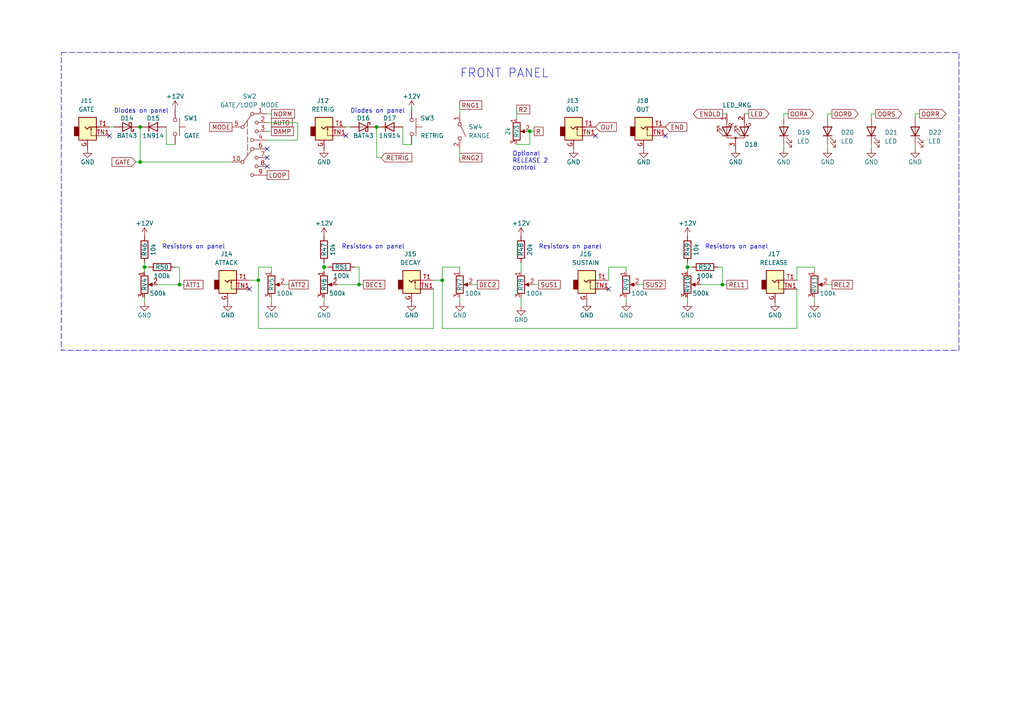
<source format=kicad_sch>
(kicad_sch (version 20230121) (generator eeschema)

  (uuid 142e37e5-f7cb-4dd3-95f5-d3d4015f9b45)

  (paper "A4")

  (title_block
    (title "Front Panel components for VC ADSR")
  )

  (lib_symbols
    (symbol "CGE_symbols:AudioJack_Ground_Switch" (in_bom yes) (on_board yes)
      (property "Reference" "J" (at -0.762 6.35 0)
        (effects (font (size 1.27 1.27)))
      )
      (property "Value" "AudioJack_Ground_Switch" (at -0.762 4.318 0)
        (effects (font (size 1.27 1.27)))
      )
      (property "Footprint" "" (at -1.27 5.08 0)
        (effects (font (size 1.27 1.27)) hide)
      )
      (property "Datasheet" "~" (at -1.27 5.08 0)
        (effects (font (size 1.27 1.27)) hide)
      )
      (property "ki_keywords" "audio jack receptacle mono headphones phone TS connector" (at 0 0 0)
        (effects (font (size 1.27 1.27)) hide)
      )
      (property "ki_description" "Audio Jack, 2 Poles (Mono / TS), Switched Pole (Normalling)" (at 0 0 0)
        (effects (font (size 1.27 1.27)) hide)
      )
      (property "ki_fp_filters" "Jack*" (at 0 0 0)
        (effects (font (size 1.27 1.27)) hide)
      )
      (symbol "AudioJack_Ground_Switch_0_1"
        (rectangle (start -3.81 -2.54) (end -5.08 0)
          (stroke (width 0.254) (type solid))
          (fill (type outline))
        )
        (polyline
          (pts
            (xy -0.254 -0.254)
            (xy 0 -0.762)
          )
          (stroke (width 0) (type solid))
          (fill (type none))
        )
        (polyline
          (pts
            (xy 1.27 -2.54)
            (xy 2.032 -2.54)
          )
          (stroke (width 0) (type solid))
          (fill (type none))
        )
        (polyline
          (pts
            (xy 2.032 0)
            (xy 1.27 0)
          )
          (stroke (width 0) (type solid))
          (fill (type none))
        )
        (polyline
          (pts
            (xy -2.032 0)
            (xy -1.397 -0.635)
            (xy -0.762 0)
            (xy 1.27 0)
          )
          (stroke (width 0.254) (type solid))
          (fill (type none))
        )
        (polyline
          (pts
            (xy 1.27 -2.54)
            (xy -0.254 -2.54)
            (xy -0.254 -0.254)
            (xy -0.508 -0.762)
          )
          (stroke (width 0) (type solid))
          (fill (type none))
        )
        (rectangle (start 1.27 2.794) (end -3.81 -3.81)
          (stroke (width 0.254) (type solid))
          (fill (type background))
        )
      )
      (symbol "AudioJack_Ground_Switch_1_1"
        (pin passive line (at -1.27 -6.35 90) (length 2.54)
          (name "~" (effects (font (size 1.27 1.27))))
          (number "G" (effects (font (size 1.27 1.27))))
        )
        (pin passive line (at 5.08 0 180) (length 3.81)
          (name "~" (effects (font (size 1.27 1.27))))
          (number "T1" (effects (font (size 1.27 1.27))))
        )
        (pin passive line (at 5.08 -2.54 180) (length 3.81)
          (name "~" (effects (font (size 1.27 1.27))))
          (number "TN1" (effects (font (size 1.27 1.27))))
        )
      )
    )
    (symbol "CGE_symbols:LED_RKG" (pin_names (offset 0) hide) (in_bom yes) (on_board yes)
      (property "Reference" "D" (at 0 6.858 0)
        (effects (font (size 1.27 1.27)))
      )
      (property "Value" "LED_RKG" (at 0 -5.715 0)
        (effects (font (size 1.27 1.27)))
      )
      (property "Footprint" "" (at 0 -3.81 0)
        (effects (font (size 1.27 1.27)) hide)
      )
      (property "Datasheet" "~" (at 0 -3.81 0)
        (effects (font (size 1.27 1.27)) hide)
      )
      (property "ki_keywords" "LED RG diode" (at 0 0 0)
        (effects (font (size 1.27 1.27)) hide)
      )
      (property "ki_description" "RG LED, red/cathode/green" (at 0 0 0)
        (effects (font (size 1.27 1.27)) hide)
      )
      (property "ki_fp_filters" "LED* LED_SMD:* LED_THT:*" (at 0 0 0)
        (effects (font (size 1.27 1.27)) hide)
      )
      (symbol "LED_RKG_0_0"
        (text "G" (at 1.905 -3.81 0)
          (effects (font (size 1.27 1.27)))
        )
        (text "R" (at 1.905 1.27 0)
          (effects (font (size 1.27 1.27)))
        )
      )
      (symbol "LED_RKG_0_1"
        (circle (center -1.905 0) (radius 0.254)
          (stroke (width 0) (type default))
          (fill (type outline))
        )
        (polyline
          (pts
            (xy -1.905 0)
            (xy -2.54 0)
          )
          (stroke (width 0) (type default))
          (fill (type none))
        )
        (polyline
          (pts
            (xy -1.27 -2.54)
            (xy -1.905 -2.54)
          )
          (stroke (width 0) (type default))
          (fill (type none))
        )
        (polyline
          (pts
            (xy -1.27 -1.27)
            (xy -1.27 -3.81)
          )
          (stroke (width 0.254) (type default))
          (fill (type none))
        )
        (polyline
          (pts
            (xy -1.27 2.54)
            (xy 1.27 2.54)
          )
          (stroke (width 0) (type default))
          (fill (type none))
        )
        (polyline
          (pts
            (xy -1.27 3.81)
            (xy -1.27 1.27)
          )
          (stroke (width 0.254) (type default))
          (fill (type none))
        )
        (polyline
          (pts
            (xy 1.27 -2.54)
            (xy -1.27 -2.54)
          )
          (stroke (width 0) (type default))
          (fill (type none))
        )
        (polyline
          (pts
            (xy 1.27 -2.54)
            (xy 2.54 -2.54)
          )
          (stroke (width 0) (type default))
          (fill (type none))
        )
        (polyline
          (pts
            (xy 1.27 2.54)
            (xy 2.54 2.54)
          )
          (stroke (width 0) (type default))
          (fill (type none))
        )
        (polyline
          (pts
            (xy -1.27 -1.27)
            (xy -1.27 -3.81)
            (xy -1.27 -3.81)
          )
          (stroke (width 0) (type default))
          (fill (type none))
        )
        (polyline
          (pts
            (xy -1.27 2.54)
            (xy -1.905 2.54)
            (xy -1.905 -2.54)
          )
          (stroke (width 0) (type default))
          (fill (type none))
        )
        (polyline
          (pts
            (xy -1.27 3.81)
            (xy -1.27 1.27)
            (xy -1.27 1.27)
          )
          (stroke (width 0) (type default))
          (fill (type none))
        )
        (polyline
          (pts
            (xy 1.27 -1.27)
            (xy 1.27 -3.81)
            (xy -1.27 -2.54)
            (xy 1.27 -1.27)
          )
          (stroke (width 0.254) (type default))
          (fill (type none))
        )
        (polyline
          (pts
            (xy 1.27 3.81)
            (xy 1.27 1.27)
            (xy -1.27 2.54)
            (xy 1.27 3.81)
          )
          (stroke (width 0.254) (type default))
          (fill (type none))
        )
        (polyline
          (pts
            (xy -1.016 -1.27)
            (xy 0.508 0.254)
            (xy -0.254 0.254)
            (xy 0.508 0.254)
            (xy 0.508 -0.508)
          )
          (stroke (width 0) (type default))
          (fill (type none))
        )
        (polyline
          (pts
            (xy -1.016 3.81)
            (xy 0.508 5.334)
            (xy -0.254 5.334)
            (xy 0.508 5.334)
            (xy 0.508 4.572)
          )
          (stroke (width 0) (type default))
          (fill (type none))
        )
        (polyline
          (pts
            (xy 0 -1.27)
            (xy 1.524 0.254)
            (xy 0.762 0.254)
            (xy 1.524 0.254)
            (xy 1.524 -0.508)
          )
          (stroke (width 0) (type default))
          (fill (type none))
        )
        (polyline
          (pts
            (xy 0 3.81)
            (xy 1.524 5.334)
            (xy 0.762 5.334)
            (xy 1.524 5.334)
            (xy 1.524 4.572)
          )
          (stroke (width 0) (type default))
          (fill (type none))
        )
        (rectangle (start 1.27 -3.81) (end 1.27 -1.27)
          (stroke (width 0) (type default))
          (fill (type none))
        )
        (rectangle (start 1.27 -1.27) (end 1.27 -1.27)
          (stroke (width 0) (type default))
          (fill (type none))
        )
        (rectangle (start 1.27 1.27) (end 1.27 3.81)
          (stroke (width 0) (type default))
          (fill (type none))
        )
        (rectangle (start 1.27 3.81) (end 1.27 3.81)
          (stroke (width 0) (type default))
          (fill (type none))
        )
      )
      (symbol "LED_RKG_1_1"
        (pin passive line (at 5.08 2.54 180) (length 2.54)
          (name "RA" (effects (font (size 1.27 1.27))))
          (number "1" (effects (font (size 1.27 1.27))))
        )
        (pin passive line (at 5.08 -2.54 180) (length 2.54)
          (name "GA" (effects (font (size 1.27 1.27))))
          (number "2" (effects (font (size 1.27 1.27))))
        )
        (pin passive line (at -5.08 0 0) (length 2.54)
          (name "K" (effects (font (size 1.27 1.27))))
          (number "3" (effects (font (size 1.27 1.27))))
        )
      )
    )
    (symbol "CGE_symbols:SW_DP4T" (pin_names (offset 0) hide) (in_bom yes) (on_board yes)
      (property "Reference" "SW" (at -6.35 -3.81 0)
        (effects (font (size 1.27 1.27)))
      )
      (property "Value" "SW_DP4T" (at -6.35 -6.985 0)
        (effects (font (size 1.27 1.27)))
      )
      (property "Footprint" "" (at -15.875 4.445 0)
        (effects (font (size 1.27 1.27)) hide)
      )
      (property "Datasheet" "" (at -11.43 -3.81 0)
        (effects (font (size 1.27 1.27)) hide)
      )
      (property "ki_keywords" "switch dp4t ON-ON-ON-ON" (at 0 0 0)
        (effects (font (size 1.27 1.27)) hide)
      )
      (property "ki_description" "Switch, four position, sdouble pole 4 throw, 4 position switch, SDP4T" (at 0 0 0)
        (effects (font (size 1.27 1.27)) hide)
      )
      (property "ki_fp_filters" "SW* DP3T*" (at 0 0 0)
        (effects (font (size 1.27 1.27)) hide)
      )
      (symbol "SW_DP4T_0_1"
        (circle (center -2.032 -10.16) (radius 0.4572)
          (stroke (width 0) (type solid))
          (fill (type none))
        )
        (circle (center -2.032 0) (radius 0.4572)
          (stroke (width 0) (type solid))
          (fill (type none))
        )
        (polyline
          (pts
            (xy -1.778 -9.7536)
            (xy 0.5334 -6.8072)
          )
          (stroke (width 0) (type solid))
          (fill (type none))
        )
        (polyline
          (pts
            (xy -1.7272 0.3556)
            (xy 0.4572 3.429)
          )
          (stroke (width 0) (type solid))
          (fill (type none))
        )
        (circle (center 0.762 -13.97) (radius 0.4572)
          (stroke (width 0) (type solid))
          (fill (type none))
        )
        (circle (center 0.762 -6.35) (radius 0.4572)
          (stroke (width 0) (type solid))
          (fill (type none))
        )
        (circle (center 0.762 -3.81) (radius 0.4572)
          (stroke (width 0) (type solid))
          (fill (type none))
        )
        (circle (center 0.762 3.81) (radius 0.4572)
          (stroke (width 0) (type solid))
          (fill (type none))
        )
        (circle (center 2.032 -11.43) (radius 0.4572)
          (stroke (width 0) (type solid))
          (fill (type none))
        )
        (circle (center 2.032 -8.89) (radius 0.4572)
          (stroke (width 0) (type solid))
          (fill (type none))
        )
        (circle (center 2.032 -1.27) (radius 0.4572)
          (stroke (width 0) (type solid))
          (fill (type none))
        )
        (circle (center 2.032 1.27) (radius 0.4572)
          (stroke (width 0) (type solid))
          (fill (type none))
        )
      )
      (symbol "SW_DP4T_1_1"
        (polyline
          (pts
            (xy -0.635 1.7526)
            (xy -0.635 -8.2804)
          )
          (stroke (width 0) (type dash))
          (fill (type none))
        )
        (pin passive line (at 5.08 3.81 180) (length 3.81)
          (name "1" (effects (font (size 1.27 1.27))))
          (number "1" (effects (font (size 1.27 1.27))))
        )
        (pin passive line (at -5.08 -10.16 0) (length 2.54)
          (name "10" (effects (font (size 1.27 1.27))))
          (number "10" (effects (font (size 1.27 1.27))))
        )
        (pin passive line (at 5.08 1.27 180) (length 2.54)
          (name "2" (effects (font (size 1.27 1.27))))
          (number "2" (effects (font (size 1.27 1.27))))
        )
        (pin passive line (at 5.08 -1.27 180) (length 2.54)
          (name "3" (effects (font (size 1.27 1.27))))
          (number "3" (effects (font (size 1.27 1.27))))
        )
        (pin passive line (at 5.08 -3.81 180) (length 3.81)
          (name "4" (effects (font (size 1.27 1.27))))
          (number "4" (effects (font (size 1.27 1.27))))
        )
        (pin passive line (at -5.08 0 0) (length 2.54)
          (name "5" (effects (font (size 1.27 1.27))))
          (number "5" (effects (font (size 1.27 1.27))))
        )
        (pin passive line (at 5.08 -6.35 180) (length 3.81)
          (name "6" (effects (font (size 1.27 1.27))))
          (number "6" (effects (font (size 1.27 1.27))))
        )
        (pin passive line (at 5.08 -8.89 180) (length 2.54)
          (name "7" (effects (font (size 1.27 1.27))))
          (number "7" (effects (font (size 1.27 1.27))))
        )
        (pin passive line (at 5.08 -11.43 180) (length 2.54)
          (name "8" (effects (font (size 1.27 1.27))))
          (number "8" (effects (font (size 1.27 1.27))))
        )
        (pin passive line (at 5.08 -13.97 180) (length 3.81)
          (name "9" (effects (font (size 1.27 1.27))))
          (number "9" (effects (font (size 1.27 1.27))))
        )
      )
    )
    (symbol "Device:LED" (pin_numbers hide) (pin_names (offset 1.016) hide) (in_bom yes) (on_board yes)
      (property "Reference" "D" (at 0 2.54 0)
        (effects (font (size 1.27 1.27)))
      )
      (property "Value" "LED" (at 0 -2.54 0)
        (effects (font (size 1.27 1.27)))
      )
      (property "Footprint" "" (at 0 0 0)
        (effects (font (size 1.27 1.27)) hide)
      )
      (property "Datasheet" "~" (at 0 0 0)
        (effects (font (size 1.27 1.27)) hide)
      )
      (property "ki_keywords" "LED diode" (at 0 0 0)
        (effects (font (size 1.27 1.27)) hide)
      )
      (property "ki_description" "Light emitting diode" (at 0 0 0)
        (effects (font (size 1.27 1.27)) hide)
      )
      (property "ki_fp_filters" "LED* LED_SMD:* LED_THT:*" (at 0 0 0)
        (effects (font (size 1.27 1.27)) hide)
      )
      (symbol "LED_0_1"
        (polyline
          (pts
            (xy -1.27 -1.27)
            (xy -1.27 1.27)
          )
          (stroke (width 0.254) (type default))
          (fill (type none))
        )
        (polyline
          (pts
            (xy -1.27 0)
            (xy 1.27 0)
          )
          (stroke (width 0) (type default))
          (fill (type none))
        )
        (polyline
          (pts
            (xy 1.27 -1.27)
            (xy 1.27 1.27)
            (xy -1.27 0)
            (xy 1.27 -1.27)
          )
          (stroke (width 0.254) (type default))
          (fill (type none))
        )
        (polyline
          (pts
            (xy -3.048 -0.762)
            (xy -4.572 -2.286)
            (xy -3.81 -2.286)
            (xy -4.572 -2.286)
            (xy -4.572 -1.524)
          )
          (stroke (width 0) (type default))
          (fill (type none))
        )
        (polyline
          (pts
            (xy -1.778 -0.762)
            (xy -3.302 -2.286)
            (xy -2.54 -2.286)
            (xy -3.302 -2.286)
            (xy -3.302 -1.524)
          )
          (stroke (width 0) (type default))
          (fill (type none))
        )
      )
      (symbol "LED_1_1"
        (pin passive line (at -3.81 0 0) (length 2.54)
          (name "K" (effects (font (size 1.27 1.27))))
          (number "1" (effects (font (size 1.27 1.27))))
        )
        (pin passive line (at 3.81 0 180) (length 2.54)
          (name "A" (effects (font (size 1.27 1.27))))
          (number "2" (effects (font (size 1.27 1.27))))
        )
      )
    )
    (symbol "Device:R" (pin_numbers hide) (pin_names (offset 0)) (in_bom yes) (on_board yes)
      (property "Reference" "R" (at 2.032 0 90)
        (effects (font (size 1.27 1.27)))
      )
      (property "Value" "R" (at 0 0 90)
        (effects (font (size 1.27 1.27)))
      )
      (property "Footprint" "" (at -1.778 0 90)
        (effects (font (size 1.27 1.27)) hide)
      )
      (property "Datasheet" "~" (at 0 0 0)
        (effects (font (size 1.27 1.27)) hide)
      )
      (property "ki_keywords" "R res resistor" (at 0 0 0)
        (effects (font (size 1.27 1.27)) hide)
      )
      (property "ki_description" "Resistor" (at 0 0 0)
        (effects (font (size 1.27 1.27)) hide)
      )
      (property "ki_fp_filters" "R_*" (at 0 0 0)
        (effects (font (size 1.27 1.27)) hide)
      )
      (symbol "R_0_1"
        (rectangle (start -1.016 -2.54) (end 1.016 2.54)
          (stroke (width 0.254) (type default))
          (fill (type none))
        )
      )
      (symbol "R_1_1"
        (pin passive line (at 0 3.81 270) (length 1.27)
          (name "~" (effects (font (size 1.27 1.27))))
          (number "1" (effects (font (size 1.27 1.27))))
        )
        (pin passive line (at 0 -3.81 90) (length 1.27)
          (name "~" (effects (font (size 1.27 1.27))))
          (number "2" (effects (font (size 1.27 1.27))))
        )
      )
    )
    (symbol "Device:R_Potentiometer" (pin_names (offset 1.016) hide) (in_bom yes) (on_board yes)
      (property "Reference" "RV" (at -4.445 0 90)
        (effects (font (size 1.27 1.27)))
      )
      (property "Value" "R_Potentiometer" (at -2.54 0 90)
        (effects (font (size 1.27 1.27)))
      )
      (property "Footprint" "" (at 0 0 0)
        (effects (font (size 1.27 1.27)) hide)
      )
      (property "Datasheet" "~" (at 0 0 0)
        (effects (font (size 1.27 1.27)) hide)
      )
      (property "ki_keywords" "resistor variable" (at 0 0 0)
        (effects (font (size 1.27 1.27)) hide)
      )
      (property "ki_description" "Potentiometer" (at 0 0 0)
        (effects (font (size 1.27 1.27)) hide)
      )
      (property "ki_fp_filters" "Potentiometer*" (at 0 0 0)
        (effects (font (size 1.27 1.27)) hide)
      )
      (symbol "R_Potentiometer_0_1"
        (polyline
          (pts
            (xy 2.54 0)
            (xy 1.524 0)
          )
          (stroke (width 0) (type default))
          (fill (type none))
        )
        (polyline
          (pts
            (xy 1.143 0)
            (xy 2.286 0.508)
            (xy 2.286 -0.508)
            (xy 1.143 0)
          )
          (stroke (width 0) (type default))
          (fill (type outline))
        )
        (rectangle (start 1.016 2.54) (end -1.016 -2.54)
          (stroke (width 0.254) (type default))
          (fill (type none))
        )
      )
      (symbol "R_Potentiometer_1_1"
        (pin passive line (at 0 3.81 270) (length 1.27)
          (name "1" (effects (font (size 1.27 1.27))))
          (number "1" (effects (font (size 1.27 1.27))))
        )
        (pin passive line (at 3.81 0 180) (length 1.27)
          (name "2" (effects (font (size 1.27 1.27))))
          (number "2" (effects (font (size 1.27 1.27))))
        )
        (pin passive line (at 0 -3.81 90) (length 1.27)
          (name "3" (effects (font (size 1.27 1.27))))
          (number "3" (effects (font (size 1.27 1.27))))
        )
      )
    )
    (symbol "Diode:1N914" (pin_numbers hide) (pin_names hide) (in_bom yes) (on_board yes)
      (property "Reference" "D" (at 0 2.54 0)
        (effects (font (size 1.27 1.27)))
      )
      (property "Value" "1N914" (at 0 -2.54 0)
        (effects (font (size 1.27 1.27)))
      )
      (property "Footprint" "Diode_THT:D_DO-35_SOD27_P7.62mm_Horizontal" (at 0 -4.445 0)
        (effects (font (size 1.27 1.27)) hide)
      )
      (property "Datasheet" "http://www.vishay.com/docs/85622/1n914.pdf" (at 0 0 0)
        (effects (font (size 1.27 1.27)) hide)
      )
      (property "Sim.Device" "D" (at 0 0 0)
        (effects (font (size 1.27 1.27)) hide)
      )
      (property "Sim.Pins" "1=K 2=A" (at 0 0 0)
        (effects (font (size 1.27 1.27)) hide)
      )
      (property "ki_keywords" "diode" (at 0 0 0)
        (effects (font (size 1.27 1.27)) hide)
      )
      (property "ki_description" "100V 0.3A Small Signal Fast Switching Diode, DO-35" (at 0 0 0)
        (effects (font (size 1.27 1.27)) hide)
      )
      (property "ki_fp_filters" "D*DO?35*" (at 0 0 0)
        (effects (font (size 1.27 1.27)) hide)
      )
      (symbol "1N914_0_1"
        (polyline
          (pts
            (xy -1.27 1.27)
            (xy -1.27 -1.27)
          )
          (stroke (width 0.254) (type default))
          (fill (type none))
        )
        (polyline
          (pts
            (xy 1.27 0)
            (xy -1.27 0)
          )
          (stroke (width 0) (type default))
          (fill (type none))
        )
        (polyline
          (pts
            (xy 1.27 1.27)
            (xy 1.27 -1.27)
            (xy -1.27 0)
            (xy 1.27 1.27)
          )
          (stroke (width 0.254) (type default))
          (fill (type none))
        )
      )
      (symbol "1N914_1_1"
        (pin passive line (at -3.81 0 0) (length 2.54)
          (name "K" (effects (font (size 1.27 1.27))))
          (number "1" (effects (font (size 1.27 1.27))))
        )
        (pin passive line (at 3.81 0 180) (length 2.54)
          (name "A" (effects (font (size 1.27 1.27))))
          (number "2" (effects (font (size 1.27 1.27))))
        )
      )
    )
    (symbol "Diode:BAT43" (pin_numbers hide) (pin_names (offset 1.016) hide) (in_bom yes) (on_board yes)
      (property "Reference" "D" (at 0 2.54 0)
        (effects (font (size 1.27 1.27)))
      )
      (property "Value" "BAT43" (at 0 -2.54 0)
        (effects (font (size 1.27 1.27)))
      )
      (property "Footprint" "Diode_THT:D_DO-35_SOD27_P7.62mm_Horizontal" (at 0 -4.445 0)
        (effects (font (size 1.27 1.27)) hide)
      )
      (property "Datasheet" "http://www.vishay.com/docs/85660/bat42.pdf" (at 0 0 0)
        (effects (font (size 1.27 1.27)) hide)
      )
      (property "ki_keywords" "diode Schottky" (at 0 0 0)
        (effects (font (size 1.27 1.27)) hide)
      )
      (property "ki_description" "30V 0.2A Small Signal Schottky Diode, DO-35" (at 0 0 0)
        (effects (font (size 1.27 1.27)) hide)
      )
      (property "ki_fp_filters" "D*DO?35*" (at 0 0 0)
        (effects (font (size 1.27 1.27)) hide)
      )
      (symbol "BAT43_0_1"
        (polyline
          (pts
            (xy 1.27 0)
            (xy -1.27 0)
          )
          (stroke (width 0) (type default))
          (fill (type none))
        )
        (polyline
          (pts
            (xy 1.27 1.27)
            (xy 1.27 -1.27)
            (xy -1.27 0)
            (xy 1.27 1.27)
          )
          (stroke (width 0.254) (type default))
          (fill (type none))
        )
        (polyline
          (pts
            (xy -1.905 0.635)
            (xy -1.905 1.27)
            (xy -1.27 1.27)
            (xy -1.27 -1.27)
            (xy -0.635 -1.27)
            (xy -0.635 -0.635)
          )
          (stroke (width 0.254) (type default))
          (fill (type none))
        )
      )
      (symbol "BAT43_1_1"
        (pin passive line (at -3.81 0 0) (length 2.54)
          (name "K" (effects (font (size 1.27 1.27))))
          (number "1" (effects (font (size 1.27 1.27))))
        )
        (pin passive line (at 3.81 0 180) (length 2.54)
          (name "A" (effects (font (size 1.27 1.27))))
          (number "2" (effects (font (size 1.27 1.27))))
        )
      )
    )
    (symbol "Switch:SW_Push" (pin_numbers hide) (pin_names (offset 1.016) hide) (in_bom yes) (on_board yes)
      (property "Reference" "SW" (at 1.27 2.54 0)
        (effects (font (size 1.27 1.27)) (justify left))
      )
      (property "Value" "SW_Push" (at 0 -1.524 0)
        (effects (font (size 1.27 1.27)))
      )
      (property "Footprint" "" (at 0 5.08 0)
        (effects (font (size 1.27 1.27)) hide)
      )
      (property "Datasheet" "~" (at 0 5.08 0)
        (effects (font (size 1.27 1.27)) hide)
      )
      (property "ki_keywords" "switch normally-open pushbutton push-button" (at 0 0 0)
        (effects (font (size 1.27 1.27)) hide)
      )
      (property "ki_description" "Push button switch, generic, two pins" (at 0 0 0)
        (effects (font (size 1.27 1.27)) hide)
      )
      (symbol "SW_Push_0_1"
        (circle (center -2.032 0) (radius 0.508)
          (stroke (width 0) (type default))
          (fill (type none))
        )
        (polyline
          (pts
            (xy 0 1.27)
            (xy 0 3.048)
          )
          (stroke (width 0) (type default))
          (fill (type none))
        )
        (polyline
          (pts
            (xy 2.54 1.27)
            (xy -2.54 1.27)
          )
          (stroke (width 0) (type default))
          (fill (type none))
        )
        (circle (center 2.032 0) (radius 0.508)
          (stroke (width 0) (type default))
          (fill (type none))
        )
        (pin passive line (at -5.08 0 0) (length 2.54)
          (name "1" (effects (font (size 1.27 1.27))))
          (number "1" (effects (font (size 1.27 1.27))))
        )
        (pin passive line (at 5.08 0 180) (length 2.54)
          (name "2" (effects (font (size 1.27 1.27))))
          (number "2" (effects (font (size 1.27 1.27))))
        )
      )
    )
    (symbol "Switch:SW_SPST" (pin_names (offset 0) hide) (in_bom yes) (on_board yes)
      (property "Reference" "SW" (at 0 3.175 0)
        (effects (font (size 1.27 1.27)))
      )
      (property "Value" "SW_SPST" (at 0 -2.54 0)
        (effects (font (size 1.27 1.27)))
      )
      (property "Footprint" "" (at 0 0 0)
        (effects (font (size 1.27 1.27)) hide)
      )
      (property "Datasheet" "~" (at 0 0 0)
        (effects (font (size 1.27 1.27)) hide)
      )
      (property "ki_keywords" "switch lever" (at 0 0 0)
        (effects (font (size 1.27 1.27)) hide)
      )
      (property "ki_description" "Single Pole Single Throw (SPST) switch" (at 0 0 0)
        (effects (font (size 1.27 1.27)) hide)
      )
      (symbol "SW_SPST_0_0"
        (circle (center -2.032 0) (radius 0.508)
          (stroke (width 0) (type default))
          (fill (type none))
        )
        (polyline
          (pts
            (xy -1.524 0.254)
            (xy 1.524 1.778)
          )
          (stroke (width 0) (type default))
          (fill (type none))
        )
        (circle (center 2.032 0) (radius 0.508)
          (stroke (width 0) (type default))
          (fill (type none))
        )
      )
      (symbol "SW_SPST_1_1"
        (pin passive line (at -5.08 0 0) (length 2.54)
          (name "A" (effects (font (size 1.27 1.27))))
          (number "1" (effects (font (size 1.27 1.27))))
        )
        (pin passive line (at 5.08 0 180) (length 2.54)
          (name "B" (effects (font (size 1.27 1.27))))
          (number "2" (effects (font (size 1.27 1.27))))
        )
      )
    )
    (symbol "power:+12V" (power) (pin_names (offset 0)) (in_bom yes) (on_board yes)
      (property "Reference" "#PWR" (at 0 -3.81 0)
        (effects (font (size 1.27 1.27)) hide)
      )
      (property "Value" "+12V" (at 0 3.556 0)
        (effects (font (size 1.27 1.27)))
      )
      (property "Footprint" "" (at 0 0 0)
        (effects (font (size 1.27 1.27)) hide)
      )
      (property "Datasheet" "" (at 0 0 0)
        (effects (font (size 1.27 1.27)) hide)
      )
      (property "ki_keywords" "global power" (at 0 0 0)
        (effects (font (size 1.27 1.27)) hide)
      )
      (property "ki_description" "Power symbol creates a global label with name \"+12V\"" (at 0 0 0)
        (effects (font (size 1.27 1.27)) hide)
      )
      (symbol "+12V_0_1"
        (polyline
          (pts
            (xy -0.762 1.27)
            (xy 0 2.54)
          )
          (stroke (width 0) (type default))
          (fill (type none))
        )
        (polyline
          (pts
            (xy 0 0)
            (xy 0 2.54)
          )
          (stroke (width 0) (type default))
          (fill (type none))
        )
        (polyline
          (pts
            (xy 0 2.54)
            (xy 0.762 1.27)
          )
          (stroke (width 0) (type default))
          (fill (type none))
        )
      )
      (symbol "+12V_1_1"
        (pin power_in line (at 0 0 90) (length 0) hide
          (name "+12V" (effects (font (size 1.27 1.27))))
          (number "1" (effects (font (size 1.27 1.27))))
        )
      )
    )
    (symbol "power:GND" (power) (pin_names (offset 0)) (in_bom yes) (on_board yes)
      (property "Reference" "#PWR" (at 0 -6.35 0)
        (effects (font (size 1.27 1.27)) hide)
      )
      (property "Value" "GND" (at 0 -3.81 0)
        (effects (font (size 1.27 1.27)))
      )
      (property "Footprint" "" (at 0 0 0)
        (effects (font (size 1.27 1.27)) hide)
      )
      (property "Datasheet" "" (at 0 0 0)
        (effects (font (size 1.27 1.27)) hide)
      )
      (property "ki_keywords" "global power" (at 0 0 0)
        (effects (font (size 1.27 1.27)) hide)
      )
      (property "ki_description" "Power symbol creates a global label with name \"GND\" , ground" (at 0 0 0)
        (effects (font (size 1.27 1.27)) hide)
      )
      (symbol "GND_0_1"
        (polyline
          (pts
            (xy 0 0)
            (xy 0 -1.27)
            (xy 1.27 -1.27)
            (xy 0 -2.54)
            (xy -1.27 -1.27)
            (xy 0 -1.27)
          )
          (stroke (width 0) (type default))
          (fill (type none))
        )
      )
      (symbol "GND_1_1"
        (pin power_in line (at 0 0 270) (length 0) hide
          (name "GND" (effects (font (size 1.27 1.27))))
          (number "1" (effects (font (size 1.27 1.27))))
        )
      )
    )
  )

  (junction (at 74.93 81.28) (diameter 0) (color 0 0 0 0)
    (uuid 0d1187b1-ab83-456c-8980-b72469b2e67e)
  )
  (junction (at 40.64 36.83) (diameter 0) (color 0 0 0 0)
    (uuid 1a1249b3-fe44-492e-b6bf-e63b521778ca)
  )
  (junction (at 209.55 82.55) (diameter 0) (color 0 0 0 0)
    (uuid 24f925cf-ecef-4909-880d-2468c023ff03)
  )
  (junction (at 104.14 82.55) (diameter 0) (color 0 0 0 0)
    (uuid 5df43dcf-2f69-4667-ab9e-480e62033cec)
  )
  (junction (at 40.64 46.99) (diameter 0) (color 0 0 0 0)
    (uuid 71d9bb08-6b35-45e2-bff5-271b77068dc1)
  )
  (junction (at 128.27 81.28) (diameter 0) (color 0 0 0 0)
    (uuid 8bcef074-adb9-495f-bda3-830ac1aadd60)
  )
  (junction (at 199.39 77.47) (diameter 0) (color 0 0 0 0)
    (uuid a40176cc-cea2-41b4-8a41-0da2b48a95d6)
  )
  (junction (at 41.91 77.47) (diameter 0) (color 0 0 0 0)
    (uuid a963a9de-823e-4aa5-9f6d-ed9da57d3bd5)
  )
  (junction (at 109.22 36.83) (diameter 0) (color 0 0 0 0)
    (uuid bf2a44df-eb20-4a18-81a9-f1cec4dcfcfe)
  )
  (junction (at 93.98 77.47) (diameter 0) (color 0 0 0 0)
    (uuid ebf820db-b27c-459f-b981-29286826f37e)
  )
  (junction (at 153.67 38.1) (diameter 0) (color 0 0 0 0)
    (uuid f0a9806d-9490-47da-85e0-aefa07972d47)
  )
  (junction (at 52.07 82.55) (diameter 0) (color 0 0 0 0)
    (uuid fb97d09c-c4c7-430d-9c1a-e4feab2ba1d4)
  )

  (no_connect (at 176.53 83.82) (uuid 17a0fde7-dadc-4477-97a2-de0135fc90ef))
  (no_connect (at 193.04 39.37) (uuid 1eb2a93f-96a9-4fd8-9e17-e8e8849d6043))
  (no_connect (at 31.75 39.37) (uuid 2d7f9ec9-648c-4ee0-a979-5aa82ac5fb73))
  (no_connect (at 100.33 39.37) (uuid 398afd56-0860-4def-8093-c0da104300f9))
  (no_connect (at 77.47 43.18) (uuid 53e1b3b6-db3c-4557-87b1-316fad2fb70d))
  (no_connect (at 172.72 39.37) (uuid 729e4b3e-4b42-4ba7-b70a-10bad761f10a))
  (no_connect (at 77.47 45.72) (uuid 8fe27c21-0c77-4d68-b125-1330b1a6be1c))
  (no_connect (at 72.39 83.82) (uuid bd24dbca-29ef-436c-af66-f708b51a346b))
  (no_connect (at 77.47 48.26) (uuid c6e78804-bab9-42a6-a8a8-12d276a6d986))

  (wire (pts (xy 93.98 87.63) (xy 93.98 86.36))
    (stroke (width 0) (type default))
    (uuid 01c7c88a-a332-4178-a51d-00e19c921f94)
  )
  (wire (pts (xy 93.98 77.47) (xy 93.98 78.74))
    (stroke (width 0) (type default))
    (uuid 0c045cd9-b3e2-48cd-b42f-5f9aa41645b4)
  )
  (wire (pts (xy 93.98 77.47) (xy 95.25 77.47))
    (stroke (width 0) (type default))
    (uuid 1175022e-6183-439e-b52a-7ac039b1f389)
  )
  (wire (pts (xy 181.61 77.47) (xy 176.53 77.47))
    (stroke (width 0) (type default))
    (uuid 117cc83c-eed2-4ff1-9ffe-17e22ade0e27)
  )
  (wire (pts (xy 48.26 36.83) (xy 48.26 41.91))
    (stroke (width 0) (type default))
    (uuid 11db186f-c1ad-4f64-80e0-0512bbcdd80a)
  )
  (wire (pts (xy 128.27 95.25) (xy 128.27 81.28))
    (stroke (width 0) (type default))
    (uuid 15ab2c68-a04e-412b-9575-1466842d1e49)
  )
  (wire (pts (xy 265.43 41.91) (xy 265.43 43.18))
    (stroke (width 0) (type default))
    (uuid 1640eb5d-c3b6-497e-852d-6573fdc9396e)
  )
  (wire (pts (xy 50.8 77.47) (xy 52.07 77.47))
    (stroke (width 0) (type default))
    (uuid 1cc6604b-3f72-4ebd-a20d-03acba5c1968)
  )
  (wire (pts (xy 240.03 41.91) (xy 240.03 43.18))
    (stroke (width 0) (type default))
    (uuid 1ecc5480-8d33-444a-9f29-543cb580942d)
  )
  (wire (pts (xy 31.75 36.83) (xy 33.02 36.83))
    (stroke (width 0) (type default))
    (uuid 2134b24a-89db-4c3d-b8c0-04ac5367a139)
  )
  (wire (pts (xy 74.93 81.28) (xy 72.39 81.28))
    (stroke (width 0) (type default))
    (uuid 2363be8f-aa68-48f9-a42a-4bab4246b045)
  )
  (wire (pts (xy 125.73 83.82) (xy 125.73 95.25))
    (stroke (width 0) (type default))
    (uuid 2618cea9-4332-41d8-b7a6-d18d9c5c064e)
  )
  (wire (pts (xy 181.61 87.63) (xy 181.61 86.36))
    (stroke (width 0) (type default))
    (uuid 264a0f9e-c59d-4c2a-aa60-c21fe0885db8)
  )
  (wire (pts (xy 186.69 82.55) (xy 185.42 82.55))
    (stroke (width 0) (type default))
    (uuid 28155ceb-e8e2-4a9e-aa30-55201685c1f7)
  )
  (wire (pts (xy 50.8 41.91) (xy 48.26 41.91))
    (stroke (width 0) (type default))
    (uuid 28361222-eae2-45c8-92a0-657136ff979b)
  )
  (wire (pts (xy 227.33 41.91) (xy 227.33 43.18))
    (stroke (width 0) (type default))
    (uuid 35567700-6f01-48e0-a61e-67d25ec066ae)
  )
  (wire (pts (xy 110.49 45.72) (xy 109.22 45.72))
    (stroke (width 0) (type default))
    (uuid 36e4279e-d4d0-4cba-b59f-6ff978d24fef)
  )
  (wire (pts (xy 104.14 77.47) (xy 104.14 82.55))
    (stroke (width 0) (type default))
    (uuid 3d23b0c1-cc5c-492b-9356-e74b56ad6f58)
  )
  (wire (pts (xy 93.98 76.2) (xy 93.98 77.47))
    (stroke (width 0) (type default))
    (uuid 40b66214-f838-421b-a914-3127817536bb)
  )
  (wire (pts (xy 133.35 78.74) (xy 133.35 77.47))
    (stroke (width 0) (type default))
    (uuid 436ef1c4-560e-4dc0-8ecb-3f6914677065)
  )
  (wire (pts (xy 41.91 76.2) (xy 41.91 77.47))
    (stroke (width 0) (type default))
    (uuid 44cc617b-1576-4286-a223-a9490166e775)
  )
  (wire (pts (xy 231.14 95.25) (xy 231.14 83.82))
    (stroke (width 0) (type default))
    (uuid 462c0406-d73d-497f-ac83-242b99e20c73)
  )
  (wire (pts (xy 236.22 78.74) (xy 236.22 77.47))
    (stroke (width 0) (type default))
    (uuid 4daf59ba-720c-4765-bf3b-fe2a558ec4e2)
  )
  (wire (pts (xy 74.93 95.25) (xy 125.73 95.25))
    (stroke (width 0) (type default))
    (uuid 560c47f9-6bf8-4932-b90e-6913929d3531)
  )
  (wire (pts (xy 156.21 82.55) (xy 154.94 82.55))
    (stroke (width 0) (type default))
    (uuid 56367013-e0ca-4d17-aff0-514387f5f146)
  )
  (wire (pts (xy 74.93 77.47) (xy 74.93 81.28))
    (stroke (width 0) (type default))
    (uuid 5959d0ce-55e3-4ab8-bae6-36cfc9d6b1ad)
  )
  (wire (pts (xy 41.91 77.47) (xy 43.18 77.47))
    (stroke (width 0) (type default))
    (uuid 5d4d7438-15b5-4413-a463-2aa797685e09)
  )
  (wire (pts (xy 149.86 41.91) (xy 153.67 41.91))
    (stroke (width 0) (type default))
    (uuid 6321ea6f-7ba1-4c0e-a3dc-6e4523281f82)
  )
  (wire (pts (xy 97.79 82.55) (xy 104.14 82.55))
    (stroke (width 0) (type default))
    (uuid 63b1e0e5-82b6-4e29-b5f7-673311b488e1)
  )
  (wire (pts (xy 74.93 77.47) (xy 78.74 77.47))
    (stroke (width 0) (type default))
    (uuid 6857b115-7a98-4ea3-b21d-10a2b0d97a78)
  )
  (wire (pts (xy 209.55 82.55) (xy 210.82 82.55))
    (stroke (width 0) (type default))
    (uuid 6d04bfbf-a300-4788-890d-8b32b814cfa1)
  )
  (wire (pts (xy 153.67 41.91) (xy 153.67 38.1))
    (stroke (width 0) (type default))
    (uuid 6df17dfb-4056-4e7b-9943-3b9b1c5cbe03)
  )
  (wire (pts (xy 252.73 33.02) (xy 252.73 34.29))
    (stroke (width 0) (type default))
    (uuid 727e39e4-c71d-457b-a01c-43da6a71bfb6)
  )
  (wire (pts (xy 149.86 31.75) (xy 149.86 34.29))
    (stroke (width 0) (type default))
    (uuid 72e56f19-2bad-4976-931a-9cf7d4dde5da)
  )
  (wire (pts (xy 77.47 40.64) (xy 86.36 40.64))
    (stroke (width 0) (type default))
    (uuid 7c095051-9269-4916-9708-4cc33e0a1ce2)
  )
  (wire (pts (xy 52.07 82.55) (xy 53.34 82.55))
    (stroke (width 0) (type default))
    (uuid 7eeca77c-e2ff-4140-8932-3b82b74d7274)
  )
  (wire (pts (xy 52.07 82.55) (xy 52.07 77.47))
    (stroke (width 0) (type default))
    (uuid 80e9d0da-9af6-4e5a-aa81-3849c8acc3c6)
  )
  (wire (pts (xy 83.82 82.55) (xy 82.55 82.55))
    (stroke (width 0) (type default))
    (uuid 81448ae7-cd57-45eb-9aca-16262f395af9)
  )
  (wire (pts (xy 77.47 35.56) (xy 86.36 35.56))
    (stroke (width 0) (type default))
    (uuid 81b7e458-b84a-4dc7-9f83-0d5d138379ce)
  )
  (wire (pts (xy 116.84 36.83) (xy 116.84 41.91))
    (stroke (width 0) (type default))
    (uuid 81e9f43e-49ee-4056-9633-6bfd6fbb62b8)
  )
  (wire (pts (xy 199.39 87.63) (xy 199.39 86.36))
    (stroke (width 0) (type default))
    (uuid 84f2c337-4727-45c5-b098-54eb42b927e0)
  )
  (wire (pts (xy 133.35 77.47) (xy 128.27 77.47))
    (stroke (width 0) (type default))
    (uuid 868cfaaf-4cec-4315-a369-b70689a079a8)
  )
  (wire (pts (xy 217.17 33.02) (xy 215.9 33.02))
    (stroke (width 0) (type default))
    (uuid 8a14f116-f195-4e7b-bed9-b92045fefc10)
  )
  (wire (pts (xy 176.53 77.47) (xy 176.53 81.28))
    (stroke (width 0) (type default))
    (uuid 8e95bab8-c6d9-4df4-8794-670f9e409f6b)
  )
  (wire (pts (xy 236.22 87.63) (xy 236.22 86.36))
    (stroke (width 0) (type default))
    (uuid 8f49e3f3-d856-48b8-ac0d-c17435786b68)
  )
  (wire (pts (xy 78.74 87.63) (xy 78.74 86.36))
    (stroke (width 0) (type default))
    (uuid 920d3e12-40c0-44f7-b58a-3634be0afd9f)
  )
  (wire (pts (xy 45.72 82.55) (xy 52.07 82.55))
    (stroke (width 0) (type default))
    (uuid 96cb3aa2-92d8-4b1b-9683-fd704bc4db6f)
  )
  (wire (pts (xy 199.39 76.2) (xy 199.39 77.47))
    (stroke (width 0) (type default))
    (uuid 9af0f102-329b-496a-a687-7969a78436ec)
  )
  (wire (pts (xy 78.74 78.74) (xy 78.74 77.47))
    (stroke (width 0) (type default))
    (uuid 9ceacb38-6484-4838-8c5a-96a25e8ef5ad)
  )
  (wire (pts (xy 41.91 87.63) (xy 41.91 86.36))
    (stroke (width 0) (type default))
    (uuid a049285f-5f38-432e-b940-53bef24e0991)
  )
  (wire (pts (xy 266.7 33.02) (xy 265.43 33.02))
    (stroke (width 0) (type default))
    (uuid a28885fc-b117-4b73-a996-ed169416d6ae)
  )
  (wire (pts (xy 41.91 77.47) (xy 41.91 78.74))
    (stroke (width 0) (type default))
    (uuid a612dd11-c10f-4e9b-ac5d-1db8d257f3f1)
  )
  (wire (pts (xy 252.73 41.91) (xy 252.73 43.18))
    (stroke (width 0) (type default))
    (uuid a64770c0-3646-4157-8ed7-8ef746bb243e)
  )
  (wire (pts (xy 119.38 41.91) (xy 116.84 41.91))
    (stroke (width 0) (type default))
    (uuid a910e7c2-e5bd-4516-83c0-c7c99c3f7db4)
  )
  (wire (pts (xy 40.64 36.83) (xy 40.64 46.99))
    (stroke (width 0) (type default))
    (uuid aac63355-35ef-4744-89de-0958dcb730cf)
  )
  (wire (pts (xy 154.94 38.1) (xy 153.67 38.1))
    (stroke (width 0) (type default))
    (uuid af65d492-52da-4be7-892a-000455cca7ee)
  )
  (wire (pts (xy 240.03 33.02) (xy 240.03 34.29))
    (stroke (width 0) (type default))
    (uuid b99774b9-e8b9-4ed3-9566-0bf9bd2123dd)
  )
  (wire (pts (xy 39.37 46.99) (xy 40.64 46.99))
    (stroke (width 0) (type default))
    (uuid bbc22e1b-65ae-415d-9c23-118e9b3e88d3)
  )
  (wire (pts (xy 199.39 77.47) (xy 199.39 78.74))
    (stroke (width 0) (type default))
    (uuid bc228dc8-7a77-4297-98f0-c43c78e3d051)
  )
  (wire (pts (xy 241.3 33.02) (xy 240.03 33.02))
    (stroke (width 0) (type default))
    (uuid be143c30-411f-4742-8659-32281146ab9d)
  )
  (wire (pts (xy 67.31 46.99) (xy 40.64 46.99))
    (stroke (width 0) (type default))
    (uuid c096efac-327a-41f8-81e9-086ac60f1ada)
  )
  (wire (pts (xy 86.36 40.64) (xy 86.36 35.56))
    (stroke (width 0) (type default))
    (uuid c244666f-0150-4797-bc38-48898ff6532f)
  )
  (wire (pts (xy 181.61 78.74) (xy 181.61 77.47))
    (stroke (width 0) (type default))
    (uuid c563fe05-ceef-4445-a791-1609f0863d5e)
  )
  (wire (pts (xy 228.6 33.02) (xy 227.33 33.02))
    (stroke (width 0) (type default))
    (uuid c6153fdd-e31d-4deb-9cee-252a500f7365)
  )
  (wire (pts (xy 133.35 87.63) (xy 133.35 86.36))
    (stroke (width 0) (type default))
    (uuid c6280ccd-57e1-4aa1-bb46-0c360a29b0d4)
  )
  (wire (pts (xy 74.93 95.25) (xy 74.93 81.28))
    (stroke (width 0) (type default))
    (uuid c86d6c51-b41a-4402-b894-e814fbae376a)
  )
  (wire (pts (xy 151.13 76.2) (xy 151.13 78.74))
    (stroke (width 0) (type default))
    (uuid cfd9c67c-6028-4aa3-b14f-a0b894908189)
  )
  (wire (pts (xy 208.28 77.47) (xy 209.55 77.47))
    (stroke (width 0) (type default))
    (uuid d1216fe5-fb0a-4968-8f9d-6ad42aedb092)
  )
  (wire (pts (xy 100.33 36.83) (xy 101.6 36.83))
    (stroke (width 0) (type default))
    (uuid d2eb25c7-505d-4289-bf30-a7a85562d70e)
  )
  (wire (pts (xy 231.14 77.47) (xy 231.14 81.28))
    (stroke (width 0) (type default))
    (uuid d311d682-49fe-4b3f-a966-d77eeebdc44a)
  )
  (wire (pts (xy 133.35 30.48) (xy 133.35 33.02))
    (stroke (width 0) (type default))
    (uuid d40d17e8-4442-4c63-80a0-60aadf449d72)
  )
  (wire (pts (xy 151.13 88.9) (xy 151.13 86.36))
    (stroke (width 0) (type default))
    (uuid d4cdfd83-130a-4bd5-b0cc-31e2fb6e68a4)
  )
  (wire (pts (xy 128.27 81.28) (xy 125.73 81.28))
    (stroke (width 0) (type default))
    (uuid d632df5d-0d51-4db6-81bd-af3747aed92c)
  )
  (wire (pts (xy 128.27 95.25) (xy 231.14 95.25))
    (stroke (width 0) (type default))
    (uuid d66776d9-2ad4-4d21-84e0-6ec9636b7ca1)
  )
  (wire (pts (xy 254 33.02) (xy 252.73 33.02))
    (stroke (width 0) (type default))
    (uuid d7d723f4-65b7-419b-a5ea-50057228cc3b)
  )
  (wire (pts (xy 241.3 82.55) (xy 240.03 82.55))
    (stroke (width 0) (type default))
    (uuid d7efd3fd-fa9f-4817-ad24-2dc12ae3beb9)
  )
  (wire (pts (xy 104.14 82.55) (xy 105.41 82.55))
    (stroke (width 0) (type default))
    (uuid d9cfcc4b-d33a-4a4d-8d45-538f33b84635)
  )
  (wire (pts (xy 78.74 38.1) (xy 77.47 38.1))
    (stroke (width 0) (type default))
    (uuid da9268f3-b497-4407-9f55-ecab30c84e3f)
  )
  (wire (pts (xy 78.74 33.02) (xy 77.47 33.02))
    (stroke (width 0) (type default))
    (uuid de05114f-b48e-4573-b6ce-9247be132c4d)
  )
  (wire (pts (xy 138.43 82.55) (xy 137.16 82.55))
    (stroke (width 0) (type default))
    (uuid de29c63c-3205-4d12-b62b-6069eab5c29d)
  )
  (wire (pts (xy 109.22 36.83) (xy 109.22 45.72))
    (stroke (width 0) (type default))
    (uuid de64b2f4-5b23-49f1-9c7e-13fa056f2ab1)
  )
  (wire (pts (xy 133.35 45.72) (xy 133.35 43.18))
    (stroke (width 0) (type default))
    (uuid e5c17232-989b-48e5-8189-b8563c97a06e)
  )
  (wire (pts (xy 265.43 33.02) (xy 265.43 34.29))
    (stroke (width 0) (type default))
    (uuid e76bee9c-34f2-4959-87d0-ace7b00fad9d)
  )
  (wire (pts (xy 199.39 77.47) (xy 200.66 77.47))
    (stroke (width 0) (type default))
    (uuid ee3c8f80-c57b-4948-b814-6109d16540b4)
  )
  (wire (pts (xy 236.22 77.47) (xy 231.14 77.47))
    (stroke (width 0) (type default))
    (uuid f10cd611-f1c1-4ef2-ab71-7a2d54f7dd9a)
  )
  (wire (pts (xy 203.2 82.55) (xy 209.55 82.55))
    (stroke (width 0) (type default))
    (uuid f1e5eb82-a95d-4f0b-a4cd-f301a477196a)
  )
  (wire (pts (xy 209.55 33.02) (xy 210.82 33.02))
    (stroke (width 0) (type default))
    (uuid f2cec813-025b-4ac4-a3c8-e41d8026b0e0)
  )
  (wire (pts (xy 227.33 33.02) (xy 227.33 34.29))
    (stroke (width 0) (type default))
    (uuid f361db06-b29a-458b-aa28-7a6b03d6c34c)
  )
  (wire (pts (xy 128.27 77.47) (xy 128.27 81.28))
    (stroke (width 0) (type default))
    (uuid f429136b-1361-4d50-b7cb-c0124723099a)
  )
  (wire (pts (xy 102.87 77.47) (xy 104.14 77.47))
    (stroke (width 0) (type default))
    (uuid fb880004-1c58-457b-99d3-d64feaa7513f)
  )
  (wire (pts (xy 209.55 82.55) (xy 209.55 77.47))
    (stroke (width 0) (type default))
    (uuid fd82d4ca-e5e9-4c84-8505-c8110752a661)
  )

  (rectangle (start 17.78 15.24) (end 278.13 101.6)
    (stroke (width 0) (type dash))
    (fill (type none))
    (uuid 51a77e79-1ac4-4f82-8546-ac47a6006fd1)
  )

  (text "Diodes on panel" (at 101.6 33.02 0)
    (effects (font (size 1.27 1.27)) (justify left bottom))
    (uuid 37223093-496f-43ae-9ad7-322167b8c2fc)
  )
  (text "Diodes on panel" (at 33.02 33.02 0)
    (effects (font (size 1.27 1.27)) (justify left bottom))
    (uuid 55356db2-adbb-42bf-94de-16e3d3ddbb49)
  )
  (text "Resistors on panel" (at 156.21 72.39 0)
    (effects (font (size 1.27 1.27)) (justify left bottom))
    (uuid 65b39056-f309-4d70-83ff-3505f145ed43)
  )
  (text "Resistors on panel" (at 46.99 72.39 0)
    (effects (font (size 1.27 1.27)) (justify left bottom))
    (uuid 66c091f2-56e3-4aa8-a2f7-ae342b97d4a9)
  )
  (text "FRONT PANEL" (at 133.35 22.86 0)
    (effects (font (size 2.54 2.54)) (justify left bottom))
    (uuid 6ae2c841-4aee-4daa-a03b-588a1562ae6e)
  )
  (text "Optional\nRELEASE 2\ncontrol" (at 148.59 49.53 0)
    (effects (font (size 1.27 1.27)) (justify left bottom))
    (uuid 99c533e5-5ef2-484b-a320-f9e15eaacf1d)
  )
  (text "Resistors on panel" (at 99.06 72.39 0)
    (effects (font (size 1.27 1.27)) (justify left bottom))
    (uuid c48ced3e-3663-445f-97b5-f39e2a18964e)
  )
  (text "Resistors on panel" (at 204.47 72.39 0)
    (effects (font (size 1.27 1.27)) (justify left bottom))
    (uuid f78faba6-d30c-43a5-8c64-c9cbc1d82310)
  )

  (global_label "OORR" (shape output) (at 266.7 33.02 0) (fields_autoplaced)
    (effects (font (size 1.27 1.27)) (justify left))
    (uuid 03551ee5-45be-4495-a76b-5ccd5929a7f3)
    (property "Intersheetrefs" "${INTERSHEET_REFS}" (at 274.8862 33.02 0)
      (effects (font (size 1.27 1.27)) (justify left) hide)
    )
  )
  (global_label "LED" (shape output) (at 217.17 33.02 0) (fields_autoplaced)
    (effects (font (size 1.27 1.27)) (justify left))
    (uuid 047ee54c-9b05-4463-a96d-c2b1d346a7c3)
    (property "Intersheetrefs" "${INTERSHEET_REFS}" (at 223.6023 33.02 0)
      (effects (font (size 1.27 1.27)) (justify left) hide)
    )
  )
  (global_label "DEC2" (shape passive) (at 138.43 82.55 0) (fields_autoplaced)
    (effects (font (size 1.27 1.27)) (justify left))
    (uuid 0a3101e3-3cfc-4eda-aeb8-2d1c4c4f954e)
    (property "Intersheetrefs" "${INTERSHEET_REFS}" (at 145.2024 82.55 0)
      (effects (font (size 1.27 1.27)) (justify left) hide)
    )
  )
  (global_label "END" (shape input) (at 193.04 36.83 0) (fields_autoplaced)
    (effects (font (size 1.27 1.27)) (justify left))
    (uuid 2b1ed33f-fdab-42b6-a3c9-fe642f1ee316)
    (property "Intersheetrefs" "${INTERSHEET_REFS}" (at 199.7747 36.83 0)
      (effects (font (size 1.27 1.27)) (justify left) hide)
    )
  )
  (global_label "SUS1" (shape passive) (at 156.21 82.55 0) (fields_autoplaced)
    (effects (font (size 1.27 1.27)) (justify left))
    (uuid 375739cd-86b9-4de5-a59e-74c08cd10132)
    (property "Intersheetrefs" "${INTERSHEET_REFS}" (at 163.0429 82.55 0)
      (effects (font (size 1.27 1.27)) (justify left) hide)
    )
  )
  (global_label "LOOP" (shape passive) (at 77.47 50.8 0) (fields_autoplaced)
    (effects (font (size 1.27 1.27)) (justify left))
    (uuid 38aae047-34b3-414b-ab0e-427768229121)
    (property "Intersheetrefs" "${INTERSHEET_REFS}" (at 84.303 50.8 0)
      (effects (font (size 1.27 1.27)) (justify left) hide)
    )
  )
  (global_label "AUTO" (shape passive) (at 78.74 35.56 0) (fields_autoplaced)
    (effects (font (size 1.27 1.27)) (justify left))
    (uuid 415ac9b1-c99a-45b7-8a48-1122f25cdee9)
    (property "Intersheetrefs" "${INTERSHEET_REFS}" (at 85.3311 35.56 0)
      (effects (font (size 1.27 1.27)) (justify left) hide)
    )
  )
  (global_label "REL1" (shape passive) (at 210.82 82.55 0) (fields_autoplaced)
    (effects (font (size 1.27 1.27)) (justify left))
    (uuid 4cc74c48-a026-4b26-87bf-437ceda46aef)
    (property "Intersheetrefs" "${INTERSHEET_REFS}" (at 217.3505 82.55 0)
      (effects (font (size 1.27 1.27)) (justify left) hide)
    )
  )
  (global_label "SUS2" (shape passive) (at 186.69 82.55 0) (fields_autoplaced)
    (effects (font (size 1.27 1.27)) (justify left))
    (uuid 51a84073-8a84-4d73-ac48-847528c5c9a9)
    (property "Intersheetrefs" "${INTERSHEET_REFS}" (at 193.5229 82.55 0)
      (effects (font (size 1.27 1.27)) (justify left) hide)
    )
  )
  (global_label "MODE" (shape passive) (at 67.31 36.83 180) (fields_autoplaced)
    (effects (font (size 1.27 1.27)) (justify right))
    (uuid 54b2c54d-9495-4941-9d6f-c5df88aa7c98)
    (property "Intersheetrefs" "${INTERSHEET_REFS}" (at 60.2352 36.83 0)
      (effects (font (size 1.27 1.27)) (justify right) hide)
    )
  )
  (global_label "DAMP" (shape passive) (at 78.74 38.1 0) (fields_autoplaced)
    (effects (font (size 1.27 1.27)) (justify left))
    (uuid 5e2e6cca-9c26-4e45-a267-175d1c2959d9)
    (property "Intersheetrefs" "${INTERSHEET_REFS}" (at 85.6939 38.1 0)
      (effects (font (size 1.27 1.27)) (justify left) hide)
    )
  )
  (global_label "RNG1" (shape passive) (at 133.35 30.48 0) (fields_autoplaced)
    (effects (font (size 1.27 1.27)) (justify left))
    (uuid 5e5af2d7-b3c6-4566-8b71-97771f92f742)
    (property "Intersheetrefs" "${INTERSHEET_REFS}" (at 140.3039 30.48 0)
      (effects (font (size 1.27 1.27)) (justify left) hide)
    )
  )
  (global_label "R2" (shape passive) (at 149.86 31.75 0) (fields_autoplaced)
    (effects (font (size 1.27 1.27)) (justify left))
    (uuid 774799e3-c46e-4a7e-b506-132387ebc025)
    (property "Intersheetrefs" "${INTERSHEET_REFS}" (at 154.2134 31.75 0)
      (effects (font (size 1.27 1.27)) (justify left) hide)
    )
  )
  (global_label "NORM" (shape passive) (at 78.74 33.02 0) (fields_autoplaced)
    (effects (font (size 1.27 1.27)) (justify left))
    (uuid 7e04d5b7-54b6-40b3-8c6c-45d102c6e4c2)
    (property "Intersheetrefs" "${INTERSHEET_REFS}" (at 85.9963 33.02 0)
      (effects (font (size 1.27 1.27)) (justify left) hide)
    )
  )
  (global_label "RETRIG" (shape input) (at 110.49 45.72 0) (fields_autoplaced)
    (effects (font (size 1.27 1.27)) (justify left))
    (uuid 8bb47609-6c53-48ac-9710-87cbf704a4cb)
    (property "Intersheetrefs" "${INTERSHEET_REFS}" (at 120.0066 45.72 0)
      (effects (font (size 1.27 1.27)) (justify left) hide)
    )
  )
  (global_label "DEC1" (shape passive) (at 105.41 82.55 0) (fields_autoplaced)
    (effects (font (size 1.27 1.27)) (justify left))
    (uuid 959d91bd-827c-46ec-a8ed-6367c7ad2ba4)
    (property "Intersheetrefs" "${INTERSHEET_REFS}" (at 112.1824 82.55 0)
      (effects (font (size 1.27 1.27)) (justify left) hide)
    )
  )
  (global_label "R" (shape passive) (at 154.94 38.1 0) (fields_autoplaced)
    (effects (font (size 1.27 1.27)) (justify left))
    (uuid 976bd68d-9109-4104-b5bd-e84122090ffc)
    (property "Intersheetrefs" "${INTERSHEET_REFS}" (at 158.0839 38.1 0)
      (effects (font (size 1.27 1.27)) (justify left) hide)
    )
  )
  (global_label "ATT1" (shape passive) (at 53.34 82.55 0) (fields_autoplaced)
    (effects (font (size 1.27 1.27)) (justify left))
    (uuid a3551e39-db65-41e9-9226-c7b1a4070296)
    (property "Intersheetrefs" "${INTERSHEET_REFS}" (at 59.4472 82.55 0)
      (effects (font (size 1.27 1.27)) (justify left) hide)
    )
  )
  (global_label "OUT" (shape input) (at 172.72 36.83 0) (fields_autoplaced)
    (effects (font (size 1.27 1.27)) (justify left))
    (uuid b1317f0b-894d-42ea-a8f2-9ef50046c3ff)
    (property "Intersheetrefs" "${INTERSHEET_REFS}" (at 179.3338 36.83 0)
      (effects (font (size 1.27 1.27)) (justify left) hide)
    )
  )
  (global_label "GATE" (shape input) (at 39.37 46.99 180) (fields_autoplaced)
    (effects (font (size 1.27 1.27)) (justify right))
    (uuid b9783f43-7163-4f6f-93f7-5a872b70d141)
    (property "Intersheetrefs" "${INTERSHEET_REFS}" (at 31.9096 46.99 0)
      (effects (font (size 1.27 1.27)) (justify right) hide)
    )
  )
  (global_label "ATT2" (shape passive) (at 83.82 82.55 0) (fields_autoplaced)
    (effects (font (size 1.27 1.27)) (justify left))
    (uuid bbcd8d3f-59d5-41c4-a899-ef05352006ec)
    (property "Intersheetrefs" "${INTERSHEET_REFS}" (at 89.9272 82.55 0)
      (effects (font (size 1.27 1.27)) (justify left) hide)
    )
  )
  (global_label "REL2" (shape passive) (at 241.3 82.55 0) (fields_autoplaced)
    (effects (font (size 1.27 1.27)) (justify left))
    (uuid ce53ab25-a695-484e-965d-4e9f0df0dbbc)
    (property "Intersheetrefs" "${INTERSHEET_REFS}" (at 247.8305 82.55 0)
      (effects (font (size 1.27 1.27)) (justify left) hide)
    )
  )
  (global_label "OORS" (shape output) (at 254 33.02 0) (fields_autoplaced)
    (effects (font (size 1.27 1.27)) (justify left))
    (uuid d5e96e68-4e8b-4f72-8c7b-7e600f32c786)
    (property "Intersheetrefs" "${INTERSHEET_REFS}" (at 262.1257 33.02 0)
      (effects (font (size 1.27 1.27)) (justify left) hide)
    )
  )
  (global_label "ENDLD" (shape output) (at 209.55 33.02 180) (fields_autoplaced)
    (effects (font (size 1.27 1.27)) (justify right))
    (uuid e2c47a64-852c-4104-b102-107c06318d17)
    (property "Intersheetrefs" "${INTERSHEET_REFS}" (at 200.5172 33.02 0)
      (effects (font (size 1.27 1.27)) (justify right) hide)
    )
  )
  (global_label "RNG2" (shape passive) (at 133.35 45.72 0) (fields_autoplaced)
    (effects (font (size 1.27 1.27)) (justify left))
    (uuid ed7043ca-a3c4-45f9-b6d3-71993d2c41cc)
    (property "Intersheetrefs" "${INTERSHEET_REFS}" (at 140.3039 45.72 0)
      (effects (font (size 1.27 1.27)) (justify left) hide)
    )
  )
  (global_label "OORA" (shape output) (at 228.6 33.02 0) (fields_autoplaced)
    (effects (font (size 1.27 1.27)) (justify left))
    (uuid f0da9bae-4c94-4668-99e6-0fa34ac4b88b)
    (property "Intersheetrefs" "${INTERSHEET_REFS}" (at 236.6048 33.02 0)
      (effects (font (size 1.27 1.27)) (justify left) hide)
    )
  )
  (global_label "OORD" (shape output) (at 241.3 33.02 0) (fields_autoplaced)
    (effects (font (size 1.27 1.27)) (justify left))
    (uuid f7afe802-35a2-40c9-af0c-a23a4876df3c)
    (property "Intersheetrefs" "${INTERSHEET_REFS}" (at 249.4862 33.02 0)
      (effects (font (size 1.27 1.27)) (justify left) hide)
    )
  )

  (symbol (lib_id "power:GND") (at 265.43 43.18 0) (unit 1)
    (in_bom yes) (on_board yes) (dnp no)
    (uuid 0301a85a-e3ef-441c-9c6d-930a00ab0d19)
    (property "Reference" "#PWR091" (at 265.43 49.53 0)
      (effects (font (size 1.27 1.27)) hide)
    )
    (property "Value" "GND" (at 265.43 46.99 0)
      (effects (font (size 1.27 1.27)))
    )
    (property "Footprint" "" (at 265.43 43.18 0)
      (effects (font (size 1.27 1.27)) hide)
    )
    (property "Datasheet" "" (at 265.43 43.18 0)
      (effects (font (size 1.27 1.27)) hide)
    )
    (pin "1" (uuid 5d03a393-276c-49b7-91f8-0d405bf83f92))
    (instances
      (project "VC_ADSR_D80"
        (path "/8ef5a7ae-ed42-41d0-99d4-a9f29e31dbf4/387be96a-f887-43ee-a320-cab2560a31b3"
          (reference "#PWR091") (unit 1)
        )
      )
    )
  )

  (symbol (lib_id "power:GND") (at 240.03 43.18 0) (unit 1)
    (in_bom yes) (on_board yes) (dnp no)
    (uuid 033cdb74-eab2-444c-b653-4ec828c13d9a)
    (property "Reference" "#PWR083" (at 240.03 49.53 0)
      (effects (font (size 1.27 1.27)) hide)
    )
    (property "Value" "GND" (at 240.03 46.99 0)
      (effects (font (size 1.27 1.27)))
    )
    (property "Footprint" "" (at 240.03 43.18 0)
      (effects (font (size 1.27 1.27)) hide)
    )
    (property "Datasheet" "" (at 240.03 43.18 0)
      (effects (font (size 1.27 1.27)) hide)
    )
    (pin "1" (uuid 7de942c4-8921-46eb-be81-5b979d9dc8b9))
    (instances
      (project "VC_ADSR_D80"
        (path "/8ef5a7ae-ed42-41d0-99d4-a9f29e31dbf4/387be96a-f887-43ee-a320-cab2560a31b3"
          (reference "#PWR083") (unit 1)
        )
      )
    )
  )

  (symbol (lib_id "Diode:BAT43") (at 105.41 36.83 0) (mirror y) (unit 1)
    (in_bom yes) (on_board yes) (dnp no)
    (uuid 0aa04af3-87d4-4906-98be-39e5db4e78b1)
    (property "Reference" "D16" (at 105.41 34.29 0)
      (effects (font (size 1.27 1.27)))
    )
    (property "Value" "BAT43" (at 105.41 39.37 0)
      (effects (font (size 1.27 1.27)))
    )
    (property "Footprint" "" (at 105.41 41.275 0)
      (effects (font (size 1.27 1.27)) hide)
    )
    (property "Datasheet" "http://www.vishay.com/docs/85660/bat42.pdf" (at 105.41 36.83 0)
      (effects (font (size 1.27 1.27)) hide)
    )
    (property "Sim.Device" "D" (at 105.41 36.83 0)
      (effects (font (size 1.27 1.27)) hide)
    )
    (property "Sim.Pins" "1=K 2=A" (at 105.41 36.83 0)
      (effects (font (size 1.27 1.27)) hide)
    )
    (pin "1" (uuid f42503e6-d174-42c1-91f1-74e17e57fd7d))
    (pin "2" (uuid 83f01607-29fb-4627-a66e-241b26210a6b))
    (instances
      (project "VC_ADSR_D80"
        (path "/8ef5a7ae-ed42-41d0-99d4-a9f29e31dbf4/387be96a-f887-43ee-a320-cab2560a31b3"
          (reference "D16") (unit 1)
        )
      )
    )
  )

  (symbol (lib_id "CGE_symbols:AudioJack_Ground_Switch") (at 95.25 36.83 0) (unit 1)
    (in_bom yes) (on_board yes) (dnp no) (fields_autoplaced)
    (uuid 0fbd3fd0-d5f5-48b6-bb28-aad433ab9c4f)
    (property "Reference" "J12" (at 93.6625 29.21 0)
      (effects (font (size 1.27 1.27)))
    )
    (property "Value" "RETRIG" (at 93.6625 31.75 0)
      (effects (font (size 1.27 1.27)))
    )
    (property "Footprint" "" (at 93.98 31.75 0)
      (effects (font (size 1.27 1.27)) hide)
    )
    (property "Datasheet" "~" (at 93.98 31.75 0)
      (effects (font (size 1.27 1.27)) hide)
    )
    (pin "T1" (uuid 8f00a843-85f9-43e2-b386-733e96fa7b4a))
    (pin "TN1" (uuid 125cc8cd-e515-4ce5-9a89-ed98d6f011cf))
    (pin "G" (uuid 4d6ba2ab-68c4-40c4-b7f0-ec6482506504))
    (instances
      (project "VC_ADSR_D80"
        (path "/8ef5a7ae-ed42-41d0-99d4-a9f29e31dbf4/387be96a-f887-43ee-a320-cab2560a31b3"
          (reference "J12") (unit 1)
        )
      )
    )
  )

  (symbol (lib_id "Device:R") (at 93.98 72.39 180) (unit 1)
    (in_bom yes) (on_board yes) (dnp no)
    (uuid 10d2c31f-1c51-4e2b-912a-0d9348585f17)
    (property "Reference" "R47" (at 93.98 72.39 90)
      (effects (font (size 1.27 1.27)))
    )
    (property "Value" "10k" (at 96.52 72.39 90)
      (effects (font (size 1.27 1.27)))
    )
    (property "Footprint" "" (at 95.758 72.39 90)
      (effects (font (size 1.27 1.27)) hide)
    )
    (property "Datasheet" "~" (at 93.98 72.39 0)
      (effects (font (size 1.27 1.27)) hide)
    )
    (pin "1" (uuid 3dcd9fa5-70ca-44ef-b956-7244456cc59b))
    (pin "2" (uuid 0cc3bd4b-6e99-4f70-9f24-d33abb55ef98))
    (instances
      (project "VC_ADSR_D80"
        (path "/8ef5a7ae-ed42-41d0-99d4-a9f29e31dbf4/387be96a-f887-43ee-a320-cab2560a31b3"
          (reference "R47") (unit 1)
        )
      )
    )
  )

  (symbol (lib_id "Device:R_Potentiometer") (at 151.13 82.55 0) (unit 1)
    (in_bom yes) (on_board yes) (dnp no)
    (uuid 11133be6-3ed7-42b3-8311-bc7176eb2202)
    (property "Reference" "RV8" (at 151.13 82.55 90)
      (effects (font (size 1.27 1.27)))
    )
    (property "Value" "100k" (at 157.48 85.09 0)
      (effects (font (size 1.27 1.27)) (justify right))
    )
    (property "Footprint" "" (at 151.13 82.55 0)
      (effects (font (size 1.27 1.27)) hide)
    )
    (property "Datasheet" "~" (at 151.13 82.55 0)
      (effects (font (size 1.27 1.27)) hide)
    )
    (pin "2" (uuid adf0eb3d-349f-4bb3-9d75-8281a72b4fae))
    (pin "3" (uuid dcdd53d2-34ec-4108-abd5-923a3e9b2eb5))
    (pin "1" (uuid 686aea87-d306-4864-959c-4458f63cfba0))
    (instances
      (project "VC_ADSR_D80"
        (path "/8ef5a7ae-ed42-41d0-99d4-a9f29e31dbf4/387be96a-f887-43ee-a320-cab2560a31b3"
          (reference "RV8") (unit 1)
        )
      )
    )
  )

  (symbol (lib_id "Diode:1N914") (at 113.03 36.83 0) (unit 1)
    (in_bom yes) (on_board yes) (dnp no)
    (uuid 11a545a7-cda6-4d70-aa3c-232f53c038c6)
    (property "Reference" "D17" (at 113.03 34.29 0)
      (effects (font (size 1.27 1.27)))
    )
    (property "Value" "1N914" (at 113.03 39.37 0)
      (effects (font (size 1.27 1.27)))
    )
    (property "Footprint" "" (at 113.03 41.275 0)
      (effects (font (size 1.27 1.27)) hide)
    )
    (property "Datasheet" "http://www.vishay.com/docs/85622/1n914.pdf" (at 113.03 36.83 0)
      (effects (font (size 1.27 1.27)) hide)
    )
    (property "Sim.Device" "D" (at 113.03 36.83 0)
      (effects (font (size 1.27 1.27)) hide)
    )
    (property "Sim.Pins" "1=K 2=A" (at 113.03 36.83 0)
      (effects (font (size 1.27 1.27)) hide)
    )
    (pin "1" (uuid 6d2bd5b2-7b87-49f3-bd1b-fbfc81e4d3da))
    (pin "2" (uuid 9142926a-e82b-419d-935d-1d1814b9ba33))
    (instances
      (project "VC_ADSR_D80"
        (path "/8ef5a7ae-ed42-41d0-99d4-a9f29e31dbf4/387be96a-f887-43ee-a320-cab2560a31b3"
          (reference "D17") (unit 1)
        )
      )
    )
  )

  (symbol (lib_id "power:GND") (at 41.91 87.63 0) (unit 1)
    (in_bom yes) (on_board yes) (dnp no)
    (uuid 1518afec-0250-4a27-94b2-40b4b6bc85c9)
    (property "Reference" "#PWR051" (at 41.91 93.98 0)
      (effects (font (size 1.27 1.27)) hide)
    )
    (property "Value" "GND" (at 41.91 91.44 0)
      (effects (font (size 1.27 1.27)))
    )
    (property "Footprint" "" (at 41.91 87.63 0)
      (effects (font (size 1.27 1.27)) hide)
    )
    (property "Datasheet" "" (at 41.91 87.63 0)
      (effects (font (size 1.27 1.27)) hide)
    )
    (pin "1" (uuid ccb2b018-c971-4574-a6af-5a8d991050dc))
    (instances
      (project "VC_ADSR_D80"
        (path "/8ef5a7ae-ed42-41d0-99d4-a9f29e31dbf4/387be96a-f887-43ee-a320-cab2560a31b3"
          (reference "#PWR051") (unit 1)
        )
      )
    )
  )

  (symbol (lib_id "power:GND") (at 119.38 87.63 0) (unit 1)
    (in_bom yes) (on_board yes) (dnp no)
    (uuid 1684a165-fa1b-4744-b073-b647a8da3f76)
    (property "Reference" "#PWR055" (at 119.38 93.98 0)
      (effects (font (size 1.27 1.27)) hide)
    )
    (property "Value" "GND" (at 119.38 91.44 0)
      (effects (font (size 1.27 1.27)))
    )
    (property "Footprint" "" (at 119.38 87.63 0)
      (effects (font (size 1.27 1.27)) hide)
    )
    (property "Datasheet" "" (at 119.38 87.63 0)
      (effects (font (size 1.27 1.27)) hide)
    )
    (pin "1" (uuid 4110203c-792f-49fe-91d1-82beb309ff27))
    (instances
      (project "VC_ADSR_D80"
        (path "/8ef5a7ae-ed42-41d0-99d4-a9f29e31dbf4/387be96a-f887-43ee-a320-cab2560a31b3"
          (reference "#PWR055") (unit 1)
        )
      )
    )
  )

  (symbol (lib_id "Device:R_Potentiometer") (at 133.35 82.55 0) (unit 1)
    (in_bom yes) (on_board yes) (dnp no)
    (uuid 1a7f2e10-8ccc-4b15-82ed-9941d8d32f8f)
    (property "Reference" "RV7" (at 133.35 82.55 90)
      (effects (font (size 1.27 1.27)))
    )
    (property "Value" "100k" (at 139.7 85.09 0)
      (effects (font (size 1.27 1.27)) (justify right))
    )
    (property "Footprint" "" (at 133.35 82.55 0)
      (effects (font (size 1.27 1.27)) hide)
    )
    (property "Datasheet" "~" (at 133.35 82.55 0)
      (effects (font (size 1.27 1.27)) hide)
    )
    (pin "2" (uuid 22f86833-e176-4df1-9ad3-6e17122c7e3f))
    (pin "3" (uuid 30a2815e-9e41-45a3-8fe7-718ac6ee6922))
    (pin "1" (uuid a301aab5-d4c3-438a-ae52-8573cfedb619))
    (instances
      (project "VC_ADSR_D80"
        (path "/8ef5a7ae-ed42-41d0-99d4-a9f29e31dbf4/387be96a-f887-43ee-a320-cab2560a31b3"
          (reference "RV7") (unit 1)
        )
      )
    )
  )

  (symbol (lib_id "Device:R_Potentiometer") (at 199.39 82.55 0) (unit 1)
    (in_bom yes) (on_board yes) (dnp no)
    (uuid 20448b7a-8984-4c61-8208-9bdcb7a99a54)
    (property "Reference" "RV10" (at 199.39 82.55 90)
      (effects (font (size 1.27 1.27)))
    )
    (property "Value" "500k" (at 205.74 85.09 0)
      (effects (font (size 1.27 1.27)) (justify right))
    )
    (property "Footprint" "" (at 199.39 82.55 0)
      (effects (font (size 1.27 1.27)) hide)
    )
    (property "Datasheet" "~" (at 199.39 82.55 0)
      (effects (font (size 1.27 1.27)) hide)
    )
    (pin "2" (uuid 68f73275-e4f3-4614-8a51-f2cd2325e8b2))
    (pin "3" (uuid 75802266-948d-4be6-b51d-58f7c4c90d22))
    (pin "1" (uuid 4170c9b1-da14-4a65-bedb-2d971a936d41))
    (instances
      (project "VC_ADSR_D80"
        (path "/8ef5a7ae-ed42-41d0-99d4-a9f29e31dbf4/387be96a-f887-43ee-a320-cab2560a31b3"
          (reference "RV10") (unit 1)
        )
      )
    )
  )

  (symbol (lib_id "power:GND") (at 66.04 87.63 0) (unit 1)
    (in_bom yes) (on_board yes) (dnp no)
    (uuid 2159a75f-5035-4c98-9fbd-06ad0668f3fa)
    (property "Reference" "#PWR049" (at 66.04 93.98 0)
      (effects (font (size 1.27 1.27)) hide)
    )
    (property "Value" "GND" (at 66.04 91.44 0)
      (effects (font (size 1.27 1.27)))
    )
    (property "Footprint" "" (at 66.04 87.63 0)
      (effects (font (size 1.27 1.27)) hide)
    )
    (property "Datasheet" "" (at 66.04 87.63 0)
      (effects (font (size 1.27 1.27)) hide)
    )
    (pin "1" (uuid f4371788-9c3b-42cc-a0f0-0f3b0a2436ad))
    (instances
      (project "VC_ADSR_D80"
        (path "/8ef5a7ae-ed42-41d0-99d4-a9f29e31dbf4/387be96a-f887-43ee-a320-cab2560a31b3"
          (reference "#PWR049") (unit 1)
        )
      )
    )
  )

  (symbol (lib_id "Device:R") (at 204.47 77.47 90) (unit 1)
    (in_bom yes) (on_board yes) (dnp no)
    (uuid 2718d058-463e-451d-8c61-14e9275ae008)
    (property "Reference" "R52" (at 204.47 77.47 90)
      (effects (font (size 1.27 1.27)))
    )
    (property "Value" "100k" (at 204.47 80.01 90)
      (effects (font (size 1.27 1.27)))
    )
    (property "Footprint" "" (at 204.47 79.248 90)
      (effects (font (size 1.27 1.27)) hide)
    )
    (property "Datasheet" "~" (at 204.47 77.47 0)
      (effects (font (size 1.27 1.27)) hide)
    )
    (pin "1" (uuid f25e215b-fd39-45e3-a97e-95703827c10b))
    (pin "2" (uuid 529e492a-8ac8-4523-95f9-e46c0c7a48f4))
    (instances
      (project "VC_ADSR_D80"
        (path "/8ef5a7ae-ed42-41d0-99d4-a9f29e31dbf4/387be96a-f887-43ee-a320-cab2560a31b3"
          (reference "R52") (unit 1)
        )
      )
    )
  )

  (symbol (lib_id "power:GND") (at 93.98 87.63 0) (unit 1)
    (in_bom yes) (on_board yes) (dnp no)
    (uuid 2ba1a192-75d0-4def-882f-d0f081f0c36c)
    (property "Reference" "#PWR057" (at 93.98 93.98 0)
      (effects (font (size 1.27 1.27)) hide)
    )
    (property "Value" "GND" (at 93.98 91.44 0)
      (effects (font (size 1.27 1.27)))
    )
    (property "Footprint" "" (at 93.98 87.63 0)
      (effects (font (size 1.27 1.27)) hide)
    )
    (property "Datasheet" "" (at 93.98 87.63 0)
      (effects (font (size 1.27 1.27)) hide)
    )
    (pin "1" (uuid 7fdab806-d9ad-428f-b44b-1b847eaa5b29))
    (instances
      (project "VC_ADSR_D80"
        (path "/8ef5a7ae-ed42-41d0-99d4-a9f29e31dbf4/387be96a-f887-43ee-a320-cab2560a31b3"
          (reference "#PWR057") (unit 1)
        )
      )
    )
  )

  (symbol (lib_id "power:GND") (at 170.18 87.63 0) (unit 1)
    (in_bom yes) (on_board yes) (dnp no)
    (uuid 327ccd59-e31a-4b78-9d9e-9b6bceb0c079)
    (property "Reference" "#PWR059" (at 170.18 93.98 0)
      (effects (font (size 1.27 1.27)) hide)
    )
    (property "Value" "GND" (at 170.18 91.44 0)
      (effects (font (size 1.27 1.27)))
    )
    (property "Footprint" "" (at 170.18 87.63 0)
      (effects (font (size 1.27 1.27)) hide)
    )
    (property "Datasheet" "" (at 170.18 87.63 0)
      (effects (font (size 1.27 1.27)) hide)
    )
    (pin "1" (uuid 647b9be2-0429-42ec-808b-62b215853497))
    (instances
      (project "VC_ADSR_D80"
        (path "/8ef5a7ae-ed42-41d0-99d4-a9f29e31dbf4/387be96a-f887-43ee-a320-cab2560a31b3"
          (reference "#PWR059") (unit 1)
        )
      )
    )
  )

  (symbol (lib_id "Diode:BAT43") (at 36.83 36.83 180) (unit 1)
    (in_bom yes) (on_board yes) (dnp no)
    (uuid 3a813985-b84b-40c0-877c-73b0f018cbc7)
    (property "Reference" "D14" (at 36.83 34.29 0)
      (effects (font (size 1.27 1.27)))
    )
    (property "Value" "BAT43" (at 36.83 39.37 0)
      (effects (font (size 1.27 1.27)))
    )
    (property "Footprint" "" (at 36.83 32.385 0)
      (effects (font (size 1.27 1.27)) hide)
    )
    (property "Datasheet" "http://www.vishay.com/docs/85660/bat42.pdf" (at 36.83 36.83 0)
      (effects (font (size 1.27 1.27)) hide)
    )
    (property "Sim.Device" "D" (at 36.83 36.83 0)
      (effects (font (size 1.27 1.27)) hide)
    )
    (property "Sim.Pins" "1=K 2=A" (at 36.83 36.83 0)
      (effects (font (size 1.27 1.27)) hide)
    )
    (pin "1" (uuid 8d6a9e73-03c1-4715-8c1e-9ecfae972723))
    (pin "2" (uuid 10628984-8fcf-4173-bc1b-f4610f71d4e3))
    (instances
      (project "VC_ADSR_D80"
        (path "/8ef5a7ae-ed42-41d0-99d4-a9f29e31dbf4/387be96a-f887-43ee-a320-cab2560a31b3"
          (reference "D14") (unit 1)
        )
      )
    )
  )

  (symbol (lib_id "Device:R_Potentiometer") (at 181.61 82.55 0) (unit 1)
    (in_bom yes) (on_board yes) (dnp no)
    (uuid 3c5d6c84-72c9-4ea5-8374-62a22c807f1a)
    (property "Reference" "RV9" (at 181.61 82.55 90)
      (effects (font (size 1.27 1.27)))
    )
    (property "Value" "100k" (at 187.96 85.09 0)
      (effects (font (size 1.27 1.27)) (justify right))
    )
    (property "Footprint" "" (at 181.61 82.55 0)
      (effects (font (size 1.27 1.27)) hide)
    )
    (property "Datasheet" "~" (at 181.61 82.55 0)
      (effects (font (size 1.27 1.27)) hide)
    )
    (pin "2" (uuid a12623ad-a4a6-4b4a-b446-c6936564e55c))
    (pin "3" (uuid cfdfb126-fa04-4f9e-a6a2-ef8b82c3cfbe))
    (pin "1" (uuid 644bc698-7b0c-484c-8a48-54849c7fbed6))
    (instances
      (project "VC_ADSR_D80"
        (path "/8ef5a7ae-ed42-41d0-99d4-a9f29e31dbf4/387be96a-f887-43ee-a320-cab2560a31b3"
          (reference "RV9") (unit 1)
        )
      )
    )
  )

  (symbol (lib_id "power:GND") (at 227.33 43.18 0) (unit 1)
    (in_bom yes) (on_board yes) (dnp no)
    (uuid 3d69d64b-926e-4eb8-b0c3-7e21ce13b872)
    (property "Reference" "#PWR082" (at 227.33 49.53 0)
      (effects (font (size 1.27 1.27)) hide)
    )
    (property "Value" "GND" (at 227.33 46.99 0)
      (effects (font (size 1.27 1.27)))
    )
    (property "Footprint" "" (at 227.33 43.18 0)
      (effects (font (size 1.27 1.27)) hide)
    )
    (property "Datasheet" "" (at 227.33 43.18 0)
      (effects (font (size 1.27 1.27)) hide)
    )
    (pin "1" (uuid 4a8d2f17-5523-4a36-a387-13d11cb78fce))
    (instances
      (project "VC_ADSR_D80"
        (path "/8ef5a7ae-ed42-41d0-99d4-a9f29e31dbf4/387be96a-f887-43ee-a320-cab2560a31b3"
          (reference "#PWR082") (unit 1)
        )
      )
    )
  )

  (symbol (lib_id "Device:R") (at 151.13 72.39 180) (unit 1)
    (in_bom yes) (on_board yes) (dnp no)
    (uuid 431a7035-7b04-422b-a3ec-08e975294efe)
    (property "Reference" "R48" (at 151.13 72.39 90)
      (effects (font (size 1.27 1.27)))
    )
    (property "Value" "20k" (at 153.67 72.39 90)
      (effects (font (size 1.27 1.27)))
    )
    (property "Footprint" "" (at 152.908 72.39 90)
      (effects (font (size 1.27 1.27)) hide)
    )
    (property "Datasheet" "~" (at 151.13 72.39 0)
      (effects (font (size 1.27 1.27)) hide)
    )
    (pin "1" (uuid 1336ab84-ecac-43d9-a7e6-3358236bc0ad))
    (pin "2" (uuid e83ecd11-a4e2-4ad9-9224-f976e1f9183e))
    (instances
      (project "VC_ADSR_D80"
        (path "/8ef5a7ae-ed42-41d0-99d4-a9f29e31dbf4/387be96a-f887-43ee-a320-cab2560a31b3"
          (reference "R48") (unit 1)
        )
      )
    )
  )

  (symbol (lib_id "power:GND") (at 181.61 87.63 0) (unit 1)
    (in_bom yes) (on_board yes) (dnp no)
    (uuid 47262f5b-6eff-485b-b1ae-9d4dceb7445d)
    (property "Reference" "#PWR060" (at 181.61 93.98 0)
      (effects (font (size 1.27 1.27)) hide)
    )
    (property "Value" "GND" (at 181.61 91.44 0)
      (effects (font (size 1.27 1.27)))
    )
    (property "Footprint" "" (at 181.61 87.63 0)
      (effects (font (size 1.27 1.27)) hide)
    )
    (property "Datasheet" "" (at 181.61 87.63 0)
      (effects (font (size 1.27 1.27)) hide)
    )
    (pin "1" (uuid 1c9e115a-a9e0-4cdc-be40-a947dbdb48dd))
    (instances
      (project "VC_ADSR_D80"
        (path "/8ef5a7ae-ed42-41d0-99d4-a9f29e31dbf4/387be96a-f887-43ee-a320-cab2560a31b3"
          (reference "#PWR060") (unit 1)
        )
      )
    )
  )

  (symbol (lib_id "Device:R") (at 41.91 72.39 180) (unit 1)
    (in_bom yes) (on_board yes) (dnp no)
    (uuid 4c609632-6cd5-496d-b43a-5f3f5a95b613)
    (property "Reference" "R46" (at 41.91 72.39 90)
      (effects (font (size 1.27 1.27)))
    )
    (property "Value" "10k" (at 44.45 72.39 90)
      (effects (font (size 1.27 1.27)))
    )
    (property "Footprint" "" (at 43.688 72.39 90)
      (effects (font (size 1.27 1.27)) hide)
    )
    (property "Datasheet" "~" (at 41.91 72.39 0)
      (effects (font (size 1.27 1.27)) hide)
    )
    (pin "1" (uuid df91a2d3-f448-4efa-8e82-8664e1541483))
    (pin "2" (uuid 38567edf-22fc-4a77-af76-9c2a767e18e4))
    (instances
      (project "VC_ADSR_D80"
        (path "/8ef5a7ae-ed42-41d0-99d4-a9f29e31dbf4/387be96a-f887-43ee-a320-cab2560a31b3"
          (reference "R46") (unit 1)
        )
      )
    )
  )

  (symbol (lib_id "Device:R_Potentiometer") (at 93.98 82.55 0) (unit 1)
    (in_bom yes) (on_board yes) (dnp no)
    (uuid 4e81bac2-2a8c-4c49-aaa9-83bf009bf3a3)
    (property "Reference" "RV6" (at 93.98 82.55 90)
      (effects (font (size 1.27 1.27)))
    )
    (property "Value" "500k" (at 100.33 85.09 0)
      (effects (font (size 1.27 1.27)) (justify right))
    )
    (property "Footprint" "" (at 93.98 82.55 0)
      (effects (font (size 1.27 1.27)) hide)
    )
    (property "Datasheet" "~" (at 93.98 82.55 0)
      (effects (font (size 1.27 1.27)) hide)
    )
    (pin "2" (uuid f621acf9-d54f-4b15-8d41-eafd0c050251))
    (pin "3" (uuid 3a1aaa62-5933-47f8-929c-c1973820ee05))
    (pin "1" (uuid d2b879f7-3ef3-494c-b503-480895b78e1c))
    (instances
      (project "VC_ADSR_D80"
        (path "/8ef5a7ae-ed42-41d0-99d4-a9f29e31dbf4/387be96a-f887-43ee-a320-cab2560a31b3"
          (reference "RV6") (unit 1)
        )
      )
    )
  )

  (symbol (lib_id "power:GND") (at 252.73 43.18 0) (unit 1)
    (in_bom yes) (on_board yes) (dnp no)
    (uuid 523865d4-1b27-47b4-aa85-0b4bbe2ad21c)
    (property "Reference" "#PWR084" (at 252.73 49.53 0)
      (effects (font (size 1.27 1.27)) hide)
    )
    (property "Value" "GND" (at 252.73 46.99 0)
      (effects (font (size 1.27 1.27)))
    )
    (property "Footprint" "" (at 252.73 43.18 0)
      (effects (font (size 1.27 1.27)) hide)
    )
    (property "Datasheet" "" (at 252.73 43.18 0)
      (effects (font (size 1.27 1.27)) hide)
    )
    (pin "1" (uuid f34a93f0-6111-4296-bd9f-2b4933408226))
    (instances
      (project "VC_ADSR_D80"
        (path "/8ef5a7ae-ed42-41d0-99d4-a9f29e31dbf4/387be96a-f887-43ee-a320-cab2560a31b3"
          (reference "#PWR084") (unit 1)
        )
      )
    )
  )

  (symbol (lib_id "power:GND") (at 199.39 87.63 0) (unit 1)
    (in_bom yes) (on_board yes) (dnp no)
    (uuid 5b1208b3-00db-40eb-b72f-61b118547327)
    (property "Reference" "#PWR065" (at 199.39 93.98 0)
      (effects (font (size 1.27 1.27)) hide)
    )
    (property "Value" "GND" (at 199.39 91.44 0)
      (effects (font (size 1.27 1.27)))
    )
    (property "Footprint" "" (at 199.39 87.63 0)
      (effects (font (size 1.27 1.27)) hide)
    )
    (property "Datasheet" "" (at 199.39 87.63 0)
      (effects (font (size 1.27 1.27)) hide)
    )
    (pin "1" (uuid 51c3d086-0ddf-4b29-85ed-271a91dd73cd))
    (instances
      (project "VC_ADSR_D80"
        (path "/8ef5a7ae-ed42-41d0-99d4-a9f29e31dbf4/387be96a-f887-43ee-a320-cab2560a31b3"
          (reference "#PWR065") (unit 1)
        )
      )
    )
  )

  (symbol (lib_id "CGE_symbols:SW_DP4T") (at 72.39 36.83 0) (unit 1)
    (in_bom yes) (on_board yes) (dnp no) (fields_autoplaced)
    (uuid 60b453fc-54fc-4fbf-aa31-e81990293985)
    (property "Reference" "SW2" (at 72.39 27.94 0)
      (effects (font (size 1.27 1.27)))
    )
    (property "Value" "GATE/LOOP MODE" (at 72.39 30.48 0)
      (effects (font (size 1.27 1.27)))
    )
    (property "Footprint" "" (at 56.515 32.385 0)
      (effects (font (size 1.27 1.27)) hide)
    )
    (property "Datasheet" "" (at 60.96 40.64 0)
      (effects (font (size 1.27 1.27)) hide)
    )
    (pin "1" (uuid 579114da-d386-43e2-bd81-80bfd2f5bae7))
    (pin "10" (uuid 7dc5d5d6-f68f-4de5-bf06-cbd97c65fdb2))
    (pin "2" (uuid 99beb588-02e7-4259-aa3f-078be8152308))
    (pin "3" (uuid 87f023a0-b39b-4979-a788-9ab323a21518))
    (pin "5" (uuid 035c49c5-7ff4-441d-87d3-ba48de38b98a))
    (pin "4" (uuid 0fd59ec4-cef4-488a-8037-d6bef07254bb))
    (pin "6" (uuid 2624be0e-8637-40e0-89fa-031798961208))
    (pin "9" (uuid 4a01e379-a05f-47ac-a461-9005904ef635))
    (pin "7" (uuid e6b764e9-dbaf-4b35-9819-d96a143beb7c))
    (pin "8" (uuid 7752c0af-b737-436f-a1a3-423d8506a68d))
    (instances
      (project "VC_ADSR_D80"
        (path "/8ef5a7ae-ed42-41d0-99d4-a9f29e31dbf4/387be96a-f887-43ee-a320-cab2560a31b3"
          (reference "SW2") (unit 1)
        )
      )
    )
  )

  (symbol (lib_id "power:GND") (at 93.98 43.18 0) (unit 1)
    (in_bom yes) (on_board yes) (dnp no)
    (uuid 61d24c21-117a-4870-a3c4-c6c0abefe2a5)
    (property "Reference" "#PWR086" (at 93.98 49.53 0)
      (effects (font (size 1.27 1.27)) hide)
    )
    (property "Value" "GND" (at 93.98 46.99 0)
      (effects (font (size 1.27 1.27)))
    )
    (property "Footprint" "" (at 93.98 43.18 0)
      (effects (font (size 1.27 1.27)) hide)
    )
    (property "Datasheet" "" (at 93.98 43.18 0)
      (effects (font (size 1.27 1.27)) hide)
    )
    (pin "1" (uuid 8b68665d-bae8-4818-8073-35e33af94c6e))
    (instances
      (project "VC_ADSR_D80"
        (path "/8ef5a7ae-ed42-41d0-99d4-a9f29e31dbf4/387be96a-f887-43ee-a320-cab2560a31b3"
          (reference "#PWR086") (unit 1)
        )
      )
    )
  )

  (symbol (lib_id "CGE_symbols:AudioJack_Ground_Switch") (at 171.45 81.28 0) (unit 1)
    (in_bom yes) (on_board yes) (dnp no) (fields_autoplaced)
    (uuid 626d3053-27b2-4d3d-816a-c486166dd57e)
    (property "Reference" "J16" (at 169.8625 73.66 0)
      (effects (font (size 1.27 1.27)))
    )
    (property "Value" "SUSTAIN" (at 169.8625 76.2 0)
      (effects (font (size 1.27 1.27)))
    )
    (property "Footprint" "" (at 170.18 76.2 0)
      (effects (font (size 1.27 1.27)) hide)
    )
    (property "Datasheet" "~" (at 170.18 76.2 0)
      (effects (font (size 1.27 1.27)) hide)
    )
    (pin "T1" (uuid 57782e0a-f528-4578-80cb-71cb3c2d47eb))
    (pin "TN1" (uuid de26def4-5694-40a0-ae13-e2381572694d))
    (pin "G" (uuid 0881ad74-91c5-4fa7-b576-b916f7d15a18))
    (instances
      (project "VC_ADSR_D80"
        (path "/8ef5a7ae-ed42-41d0-99d4-a9f29e31dbf4/387be96a-f887-43ee-a320-cab2560a31b3"
          (reference "J16") (unit 1)
        )
      )
    )
  )

  (symbol (lib_id "Device:LED") (at 265.43 38.1 90) (unit 1)
    (in_bom yes) (on_board yes) (dnp no) (fields_autoplaced)
    (uuid 63ba7844-7816-453b-9048-0ec98a1e84a6)
    (property "Reference" "D22" (at 269.24 38.4175 90)
      (effects (font (size 1.27 1.27)) (justify right))
    )
    (property "Value" "LED" (at 269.24 40.9575 90)
      (effects (font (size 1.27 1.27)) (justify right))
    )
    (property "Footprint" "" (at 265.43 38.1 0)
      (effects (font (size 1.27 1.27)) hide)
    )
    (property "Datasheet" "~" (at 265.43 38.1 0)
      (effects (font (size 1.27 1.27)) hide)
    )
    (pin "1" (uuid 34da60b7-a899-4b20-a259-6d2976d57ba0))
    (pin "2" (uuid 1396b2a9-2660-4bf2-a074-4b34d09e55b6))
    (instances
      (project "VC_ADSR_D80"
        (path "/8ef5a7ae-ed42-41d0-99d4-a9f29e31dbf4/387be96a-f887-43ee-a320-cab2560a31b3"
          (reference "D22") (unit 1)
        )
      )
    )
  )

  (symbol (lib_id "CGE_symbols:AudioJack_Ground_Switch") (at 67.31 81.28 0) (unit 1)
    (in_bom yes) (on_board yes) (dnp no) (fields_autoplaced)
    (uuid 663aeed6-5a52-4302-97de-986bae765d46)
    (property "Reference" "J14" (at 65.7225 73.66 0)
      (effects (font (size 1.27 1.27)))
    )
    (property "Value" "ATTACK" (at 65.7225 76.2 0)
      (effects (font (size 1.27 1.27)))
    )
    (property "Footprint" "" (at 66.04 76.2 0)
      (effects (font (size 1.27 1.27)) hide)
    )
    (property "Datasheet" "~" (at 66.04 76.2 0)
      (effects (font (size 1.27 1.27)) hide)
    )
    (pin "T1" (uuid ab2b06f8-0cf3-4e81-9ddb-8fecf27bdcef))
    (pin "TN1" (uuid 5993c369-640c-4ce9-a7d5-86452e14eb8f))
    (pin "G" (uuid f8aada32-0125-4f33-a640-b1021ca454fa))
    (instances
      (project "VC_ADSR_D80"
        (path "/8ef5a7ae-ed42-41d0-99d4-a9f29e31dbf4/387be96a-f887-43ee-a320-cab2560a31b3"
          (reference "J14") (unit 1)
        )
      )
    )
  )

  (symbol (lib_id "CGE_symbols:AudioJack_Ground_Switch") (at 120.65 81.28 0) (unit 1)
    (in_bom yes) (on_board yes) (dnp no) (fields_autoplaced)
    (uuid 67c5862b-a7bf-4a06-b760-1ea5f9db7dd7)
    (property "Reference" "J15" (at 119.0625 73.66 0)
      (effects (font (size 1.27 1.27)))
    )
    (property "Value" "DECAY" (at 119.0625 76.2 0)
      (effects (font (size 1.27 1.27)))
    )
    (property "Footprint" "" (at 119.38 76.2 0)
      (effects (font (size 1.27 1.27)) hide)
    )
    (property "Datasheet" "~" (at 119.38 76.2 0)
      (effects (font (size 1.27 1.27)) hide)
    )
    (pin "T1" (uuid 7a5d4913-11db-4450-9af9-b9bfcf8e61ea))
    (pin "TN1" (uuid 93dac5d8-ecd3-4ebc-bb86-db938e365626))
    (pin "G" (uuid 93b7f314-b230-4688-bc3a-afa05a06c8dd))
    (instances
      (project "VC_ADSR_D80"
        (path "/8ef5a7ae-ed42-41d0-99d4-a9f29e31dbf4/387be96a-f887-43ee-a320-cab2560a31b3"
          (reference "J15") (unit 1)
        )
      )
    )
  )

  (symbol (lib_id "Switch:SW_Push") (at 119.38 36.83 270) (mirror x) (unit 1)
    (in_bom yes) (on_board yes) (dnp no)
    (uuid 67d5ca50-cbdf-43cb-9fa8-8fea2b758e0a)
    (property "Reference" "SW3" (at 121.92 34.29 90)
      (effects (font (size 1.27 1.27)) (justify left))
    )
    (property "Value" "RETRIG" (at 121.92 39.37 90)
      (effects (font (size 1.27 1.27)) (justify left))
    )
    (property "Footprint" "" (at 124.46 36.83 0)
      (effects (font (size 1.27 1.27)) hide)
    )
    (property "Datasheet" "~" (at 124.46 36.83 0)
      (effects (font (size 1.27 1.27)) hide)
    )
    (pin "1" (uuid df60561e-ea66-4467-b976-d265f40e0a29))
    (pin "2" (uuid 3ae3a738-4008-4e1a-a736-e5e18bf118a2))
    (instances
      (project "VC_ADSR_D80"
        (path "/8ef5a7ae-ed42-41d0-99d4-a9f29e31dbf4/387be96a-f887-43ee-a320-cab2560a31b3"
          (reference "SW3") (unit 1)
        )
      )
    )
  )

  (symbol (lib_id "power:GND") (at 224.79 87.63 0) (unit 1)
    (in_bom yes) (on_board yes) (dnp no)
    (uuid 6bfcfd72-25ca-4933-b513-b1a35cf66ca6)
    (property "Reference" "#PWR063" (at 224.79 93.98 0)
      (effects (font (size 1.27 1.27)) hide)
    )
    (property "Value" "GND" (at 224.79 91.44 0)
      (effects (font (size 1.27 1.27)))
    )
    (property "Footprint" "" (at 224.79 87.63 0)
      (effects (font (size 1.27 1.27)) hide)
    )
    (property "Datasheet" "" (at 224.79 87.63 0)
      (effects (font (size 1.27 1.27)) hide)
    )
    (pin "1" (uuid 4892f8f6-3f07-4b28-8162-d95e0c26639c))
    (instances
      (project "VC_ADSR_D80"
        (path "/8ef5a7ae-ed42-41d0-99d4-a9f29e31dbf4/387be96a-f887-43ee-a320-cab2560a31b3"
          (reference "#PWR063") (unit 1)
        )
      )
    )
  )

  (symbol (lib_id "Device:R_Potentiometer") (at 149.86 38.1 0) (unit 1)
    (in_bom yes) (on_board yes) (dnp no)
    (uuid 6d1455ba-3907-4b30-8bb1-067cde686dfc)
    (property "Reference" "RV3" (at 149.86 38.1 90)
      (effects (font (size 1.27 1.27)))
    )
    (property "Value" "2k" (at 147.32 36.83 90)
      (effects (font (size 1.27 1.27)) (justify right))
    )
    (property "Footprint" "" (at 149.86 38.1 0)
      (effects (font (size 1.27 1.27)) hide)
    )
    (property "Datasheet" "~" (at 149.86 38.1 0)
      (effects (font (size 1.27 1.27)) hide)
    )
    (pin "2" (uuid f9ded067-30a1-4230-8072-7c198952ae92))
    (pin "3" (uuid 929e72f7-63b7-436b-b5d2-1d397dd6e741))
    (pin "1" (uuid 9a333add-2726-4e75-95d0-f3790d1aaeee))
    (instances
      (project "VC_ADSR_D80"
        (path "/8ef5a7ae-ed42-41d0-99d4-a9f29e31dbf4/387be96a-f887-43ee-a320-cab2560a31b3"
          (reference "RV3") (unit 1)
        )
      )
    )
  )

  (symbol (lib_id "Device:R_Potentiometer") (at 78.74 82.55 0) (unit 1)
    (in_bom yes) (on_board yes) (dnp no)
    (uuid 71808f25-a86a-4a7c-8f98-28ab6a379618)
    (property "Reference" "RV5" (at 78.74 82.55 90)
      (effects (font (size 1.27 1.27)))
    )
    (property "Value" "100k" (at 85.09 85.09 0)
      (effects (font (size 1.27 1.27)) (justify right))
    )
    (property "Footprint" "" (at 78.74 82.55 0)
      (effects (font (size 1.27 1.27)) hide)
    )
    (property "Datasheet" "~" (at 78.74 82.55 0)
      (effects (font (size 1.27 1.27)) hide)
    )
    (pin "2" (uuid c4b9ca4c-af3c-4dbb-99cd-6486194842b4))
    (pin "3" (uuid 8c4fc979-2e1f-4d57-a276-d83094057d7f))
    (pin "1" (uuid f2d79c3e-640f-4d6e-852c-3a6790548922))
    (instances
      (project "VC_ADSR_D80"
        (path "/8ef5a7ae-ed42-41d0-99d4-a9f29e31dbf4/387be96a-f887-43ee-a320-cab2560a31b3"
          (reference "RV5") (unit 1)
        )
      )
    )
  )

  (symbol (lib_id "Device:LED") (at 227.33 38.1 90) (unit 1)
    (in_bom yes) (on_board yes) (dnp no) (fields_autoplaced)
    (uuid 78ded7d7-d7d4-44dd-a1be-a0e451568ef7)
    (property "Reference" "D19" (at 231.14 38.4175 90)
      (effects (font (size 1.27 1.27)) (justify right))
    )
    (property "Value" "LED" (at 231.14 40.9575 90)
      (effects (font (size 1.27 1.27)) (justify right))
    )
    (property "Footprint" "" (at 227.33 38.1 0)
      (effects (font (size 1.27 1.27)) hide)
    )
    (property "Datasheet" "~" (at 227.33 38.1 0)
      (effects (font (size 1.27 1.27)) hide)
    )
    (pin "1" (uuid ed49ec20-e239-423a-9045-d7f95a1d4366))
    (pin "2" (uuid b3d67dc1-3335-4619-8144-d9d39c90380a))
    (instances
      (project "VC_ADSR_D80"
        (path "/8ef5a7ae-ed42-41d0-99d4-a9f29e31dbf4/387be96a-f887-43ee-a320-cab2560a31b3"
          (reference "D19") (unit 1)
        )
      )
    )
  )

  (symbol (lib_id "CGE_symbols:AudioJack_Ground_Switch") (at 187.96 36.83 0) (unit 1)
    (in_bom yes) (on_board yes) (dnp no) (fields_autoplaced)
    (uuid 7e5d13b2-6889-4efe-ba79-3d8c3acbdd7d)
    (property "Reference" "J18" (at 186.3725 29.21 0)
      (effects (font (size 1.27 1.27)))
    )
    (property "Value" "OUT" (at 186.3725 31.75 0)
      (effects (font (size 1.27 1.27)))
    )
    (property "Footprint" "" (at 186.69 31.75 0)
      (effects (font (size 1.27 1.27)) hide)
    )
    (property "Datasheet" "~" (at 186.69 31.75 0)
      (effects (font (size 1.27 1.27)) hide)
    )
    (pin "T1" (uuid 47ea51ca-4729-47eb-8d66-8284c6c10ac9))
    (pin "TN1" (uuid 367dff87-6cd2-48cc-b2dd-251af5e24f42))
    (pin "G" (uuid 51495c37-028e-46b9-96f7-1e3b95a1497b))
    (instances
      (project "VC_ADSR_D80"
        (path "/8ef5a7ae-ed42-41d0-99d4-a9f29e31dbf4/387be96a-f887-43ee-a320-cab2560a31b3"
          (reference "J18") (unit 1)
        )
      )
    )
  )

  (symbol (lib_id "power:+12V") (at 119.38 31.75 0) (unit 1)
    (in_bom yes) (on_board yes) (dnp no)
    (uuid 7eea718d-7a95-4cd6-9445-3d9a5d11a52a)
    (property "Reference" "#PWR020" (at 119.38 35.56 0)
      (effects (font (size 1.27 1.27)) hide)
    )
    (property "Value" "+12V" (at 119.38 27.94 0)
      (effects (font (size 1.27 1.27)))
    )
    (property "Footprint" "" (at 119.38 31.75 0)
      (effects (font (size 1.27 1.27)) hide)
    )
    (property "Datasheet" "" (at 119.38 31.75 0)
      (effects (font (size 1.27 1.27)) hide)
    )
    (pin "1" (uuid bb7e58af-f6ba-48ea-87ef-8a68ea19c39d))
    (instances
      (project "VC_ADSR_D80"
        (path "/8ef5a7ae-ed42-41d0-99d4-a9f29e31dbf4/387be96a-f887-43ee-a320-cab2560a31b3"
          (reference "#PWR020") (unit 1)
        )
      )
    )
  )

  (symbol (lib_id "Switch:SW_SPST") (at 133.35 38.1 270) (unit 1)
    (in_bom yes) (on_board yes) (dnp no) (fields_autoplaced)
    (uuid 8441e1df-eb91-480c-8aa4-49ae43e311ce)
    (property "Reference" "SW4" (at 135.89 36.83 90)
      (effects (font (size 1.27 1.27)) (justify left))
    )
    (property "Value" "RANGE" (at 135.89 39.37 90)
      (effects (font (size 1.27 1.27)) (justify left))
    )
    (property "Footprint" "" (at 133.35 38.1 0)
      (effects (font (size 1.27 1.27)) hide)
    )
    (property "Datasheet" "~" (at 133.35 38.1 0)
      (effects (font (size 1.27 1.27)) hide)
    )
    (pin "1" (uuid a18a4242-8c89-4209-8f5f-acbbe378299e))
    (pin "2" (uuid 5f015782-4107-4e39-8a38-200ef2fc780e))
    (instances
      (project "VC_ADSR_D80"
        (path "/8ef5a7ae-ed42-41d0-99d4-a9f29e31dbf4/387be96a-f887-43ee-a320-cab2560a31b3"
          (reference "SW4") (unit 1)
        )
      )
    )
  )

  (symbol (lib_id "power:GND") (at 236.22 87.63 0) (unit 1)
    (in_bom yes) (on_board yes) (dnp no)
    (uuid 86c532a4-6cc8-40b5-81a8-f4c3f42b18c4)
    (property "Reference" "#PWR064" (at 236.22 93.98 0)
      (effects (font (size 1.27 1.27)) hide)
    )
    (property "Value" "GND" (at 236.22 91.44 0)
      (effects (font (size 1.27 1.27)))
    )
    (property "Footprint" "" (at 236.22 87.63 0)
      (effects (font (size 1.27 1.27)) hide)
    )
    (property "Datasheet" "" (at 236.22 87.63 0)
      (effects (font (size 1.27 1.27)) hide)
    )
    (pin "1" (uuid 24a3d020-69d9-4c68-9677-b1bbff2e9afe))
    (instances
      (project "VC_ADSR_D80"
        (path "/8ef5a7ae-ed42-41d0-99d4-a9f29e31dbf4/387be96a-f887-43ee-a320-cab2560a31b3"
          (reference "#PWR064") (unit 1)
        )
      )
    )
  )

  (symbol (lib_id "Switch:SW_Push") (at 50.8 36.83 270) (mirror x) (unit 1)
    (in_bom yes) (on_board yes) (dnp no)
    (uuid 8c6dd189-5bff-4926-8add-5cb3cce4f5f3)
    (property "Reference" "SW1" (at 53.34 34.29 90)
      (effects (font (size 1.27 1.27)) (justify left))
    )
    (property "Value" "GATE" (at 53.34 39.37 90)
      (effects (font (size 1.27 1.27)) (justify left))
    )
    (property "Footprint" "" (at 55.88 36.83 0)
      (effects (font (size 1.27 1.27)) hide)
    )
    (property "Datasheet" "~" (at 55.88 36.83 0)
      (effects (font (size 1.27 1.27)) hide)
    )
    (pin "1" (uuid 14c647fc-4402-4760-b407-1fcc5ebd948d))
    (pin "2" (uuid 78c6276c-2fb7-49f4-be89-74b14d1c2fd7))
    (instances
      (project "VC_ADSR_D80"
        (path "/8ef5a7ae-ed42-41d0-99d4-a9f29e31dbf4/387be96a-f887-43ee-a320-cab2560a31b3"
          (reference "SW1") (unit 1)
        )
      )
    )
  )

  (symbol (lib_id "CGE_symbols:AudioJack_Ground_Switch") (at 226.06 81.28 0) (unit 1)
    (in_bom yes) (on_board yes) (dnp no) (fields_autoplaced)
    (uuid 8e19c437-6da6-422d-b766-9704eb8e9853)
    (property "Reference" "J17" (at 224.4725 73.66 0)
      (effects (font (size 1.27 1.27)))
    )
    (property "Value" "RELEASE" (at 224.4725 76.2 0)
      (effects (font (size 1.27 1.27)))
    )
    (property "Footprint" "" (at 224.79 76.2 0)
      (effects (font (size 1.27 1.27)) hide)
    )
    (property "Datasheet" "~" (at 224.79 76.2 0)
      (effects (font (size 1.27 1.27)) hide)
    )
    (pin "T1" (uuid da8a57b7-e839-4262-8859-c208dd97d758))
    (pin "TN1" (uuid 1d033ee1-6dc9-44f7-b189-58317c8d6caf))
    (pin "G" (uuid 2991df32-df97-45f1-a069-6ef43cdbec93))
    (instances
      (project "VC_ADSR_D80"
        (path "/8ef5a7ae-ed42-41d0-99d4-a9f29e31dbf4/387be96a-f887-43ee-a320-cab2560a31b3"
          (reference "J17") (unit 1)
        )
      )
    )
  )

  (symbol (lib_id "Device:R") (at 199.39 72.39 180) (unit 1)
    (in_bom yes) (on_board yes) (dnp no)
    (uuid 9fb8dc05-24bb-4062-a040-e22a9662535c)
    (property "Reference" "R49" (at 199.39 72.39 90)
      (effects (font (size 1.27 1.27)))
    )
    (property "Value" "10k" (at 201.93 72.39 90)
      (effects (font (size 1.27 1.27)))
    )
    (property "Footprint" "" (at 201.168 72.39 90)
      (effects (font (size 1.27 1.27)) hide)
    )
    (property "Datasheet" "~" (at 199.39 72.39 0)
      (effects (font (size 1.27 1.27)) hide)
    )
    (pin "1" (uuid e2cf6b46-adaa-4c7e-a258-6aac78954b2f))
    (pin "2" (uuid fadb4c43-e158-4a31-837d-e28a6edecbd5))
    (instances
      (project "VC_ADSR_D80"
        (path "/8ef5a7ae-ed42-41d0-99d4-a9f29e31dbf4/387be96a-f887-43ee-a320-cab2560a31b3"
          (reference "R49") (unit 1)
        )
      )
    )
  )

  (symbol (lib_id "Device:R") (at 99.06 77.47 90) (unit 1)
    (in_bom yes) (on_board yes) (dnp no)
    (uuid a07343c0-58e2-42dd-9ebc-e8ec4d651b2a)
    (property "Reference" "R51" (at 99.06 77.47 90)
      (effects (font (size 1.27 1.27)))
    )
    (property "Value" "100k" (at 99.06 80.01 90)
      (effects (font (size 1.27 1.27)))
    )
    (property "Footprint" "" (at 99.06 79.248 90)
      (effects (font (size 1.27 1.27)) hide)
    )
    (property "Datasheet" "~" (at 99.06 77.47 0)
      (effects (font (size 1.27 1.27)) hide)
    )
    (pin "1" (uuid 4d7cbc15-8502-46ff-b587-5c4b418e368a))
    (pin "2" (uuid 63b7b525-164f-4cbb-bbe0-efe08391d7dc))
    (instances
      (project "VC_ADSR_D80"
        (path "/8ef5a7ae-ed42-41d0-99d4-a9f29e31dbf4/387be96a-f887-43ee-a320-cab2560a31b3"
          (reference "R51") (unit 1)
        )
      )
    )
  )

  (symbol (lib_id "power:+12V") (at 50.8 31.75 0) (unit 1)
    (in_bom yes) (on_board yes) (dnp no)
    (uuid a3363d23-2a44-4ab6-8854-1c79a9ac24ec)
    (property "Reference" "#PWR019" (at 50.8 35.56 0)
      (effects (font (size 1.27 1.27)) hide)
    )
    (property "Value" "+12V" (at 50.8 27.94 0)
      (effects (font (size 1.27 1.27)))
    )
    (property "Footprint" "" (at 50.8 31.75 0)
      (effects (font (size 1.27 1.27)) hide)
    )
    (property "Datasheet" "" (at 50.8 31.75 0)
      (effects (font (size 1.27 1.27)) hide)
    )
    (pin "1" (uuid 4383aee1-3cb8-4343-9062-11d6d17e44c5))
    (instances
      (project "VC_ADSR_D80"
        (path "/8ef5a7ae-ed42-41d0-99d4-a9f29e31dbf4/387be96a-f887-43ee-a320-cab2560a31b3"
          (reference "#PWR019") (unit 1)
        )
      )
    )
  )

  (symbol (lib_id "Device:R") (at 46.99 77.47 90) (unit 1)
    (in_bom yes) (on_board yes) (dnp no)
    (uuid a616ff60-a5d6-435f-b667-adb9dabf83d5)
    (property "Reference" "R50" (at 46.99 77.47 90)
      (effects (font (size 1.27 1.27)))
    )
    (property "Value" "100k" (at 46.99 80.01 90)
      (effects (font (size 1.27 1.27)))
    )
    (property "Footprint" "" (at 46.99 79.248 90)
      (effects (font (size 1.27 1.27)) hide)
    )
    (property "Datasheet" "~" (at 46.99 77.47 0)
      (effects (font (size 1.27 1.27)) hide)
    )
    (pin "1" (uuid b2e393e4-e70c-49bf-b730-3e451ad69655))
    (pin "2" (uuid 5c32eae2-92e5-4ecc-b840-eaae94e944d7))
    (instances
      (project "VC_ADSR_D80"
        (path "/8ef5a7ae-ed42-41d0-99d4-a9f29e31dbf4/387be96a-f887-43ee-a320-cab2560a31b3"
          (reference "R50") (unit 1)
        )
      )
    )
  )

  (symbol (lib_id "power:+12V") (at 41.91 68.58 0) (unit 1)
    (in_bom yes) (on_board yes) (dnp no)
    (uuid a7462d35-8baa-4195-8e98-a0cb8f3cc36b)
    (property "Reference" "#PWR048" (at 41.91 72.39 0)
      (effects (font (size 1.27 1.27)) hide)
    )
    (property "Value" "+12V" (at 41.91 64.77 0)
      (effects (font (size 1.27 1.27)))
    )
    (property "Footprint" "" (at 41.91 68.58 0)
      (effects (font (size 1.27 1.27)) hide)
    )
    (property "Datasheet" "" (at 41.91 68.58 0)
      (effects (font (size 1.27 1.27)) hide)
    )
    (pin "1" (uuid adf60381-2773-4a36-be0b-d234be2f3dc9))
    (instances
      (project "VC_ADSR_D80"
        (path "/8ef5a7ae-ed42-41d0-99d4-a9f29e31dbf4/387be96a-f887-43ee-a320-cab2560a31b3"
          (reference "#PWR048") (unit 1)
        )
      )
    )
  )

  (symbol (lib_id "Device:R_Potentiometer") (at 41.91 82.55 0) (unit 1)
    (in_bom yes) (on_board yes) (dnp no)
    (uuid aa048ca8-729e-49b2-9a57-38e216d0afb3)
    (property "Reference" "RV4" (at 41.91 82.55 90)
      (effects (font (size 1.27 1.27)))
    )
    (property "Value" "500k" (at 48.26 85.09 0)
      (effects (font (size 1.27 1.27)) (justify right))
    )
    (property "Footprint" "" (at 41.91 82.55 0)
      (effects (font (size 1.27 1.27)) hide)
    )
    (property "Datasheet" "~" (at 41.91 82.55 0)
      (effects (font (size 1.27 1.27)) hide)
    )
    (pin "2" (uuid 1024484c-cbe4-42da-b446-251ace2cec5c))
    (pin "3" (uuid 4ff0ff78-632b-44fd-b5e4-1233f81989a2))
    (pin "1" (uuid fa39b95f-3aaf-4563-a9fd-1588af8781c9))
    (instances
      (project "VC_ADSR_D80"
        (path "/8ef5a7ae-ed42-41d0-99d4-a9f29e31dbf4/387be96a-f887-43ee-a320-cab2560a31b3"
          (reference "RV4") (unit 1)
        )
      )
    )
  )

  (symbol (lib_id "power:+12V") (at 151.13 68.58 0) (unit 1)
    (in_bom yes) (on_board yes) (dnp no)
    (uuid ab8ab702-697a-45b9-ac46-01bb2bad451f)
    (property "Reference" "#PWR058" (at 151.13 72.39 0)
      (effects (font (size 1.27 1.27)) hide)
    )
    (property "Value" "+12V" (at 151.13 64.77 0)
      (effects (font (size 1.27 1.27)))
    )
    (property "Footprint" "" (at 151.13 68.58 0)
      (effects (font (size 1.27 1.27)) hide)
    )
    (property "Datasheet" "" (at 151.13 68.58 0)
      (effects (font (size 1.27 1.27)) hide)
    )
    (pin "1" (uuid 433a948d-c845-4c5d-a911-8e19c0aa383b))
    (instances
      (project "VC_ADSR_D80"
        (path "/8ef5a7ae-ed42-41d0-99d4-a9f29e31dbf4/387be96a-f887-43ee-a320-cab2560a31b3"
          (reference "#PWR058") (unit 1)
        )
      )
    )
  )

  (symbol (lib_id "CGE_symbols:AudioJack_Ground_Switch") (at 26.67 36.83 0) (unit 1)
    (in_bom yes) (on_board yes) (dnp no) (fields_autoplaced)
    (uuid ad5f9714-7060-412c-88f3-e182267fb251)
    (property "Reference" "J11" (at 25.0825 29.21 0)
      (effects (font (size 1.27 1.27)))
    )
    (property "Value" "GATE" (at 25.0825 31.75 0)
      (effects (font (size 1.27 1.27)))
    )
    (property "Footprint" "" (at 25.4 31.75 0)
      (effects (font (size 1.27 1.27)) hide)
    )
    (property "Datasheet" "~" (at 25.4 31.75 0)
      (effects (font (size 1.27 1.27)) hide)
    )
    (pin "T1" (uuid 29d72030-b9ee-41eb-89e3-44eed3cbb205))
    (pin "TN1" (uuid 269b98a6-d0a0-452b-9c7c-ece2e6a52ebd))
    (pin "G" (uuid 8a81022f-4311-4495-9e3b-485de5eb7973))
    (instances
      (project "VC_ADSR_D80"
        (path "/8ef5a7ae-ed42-41d0-99d4-a9f29e31dbf4/387be96a-f887-43ee-a320-cab2560a31b3"
          (reference "J11") (unit 1)
        )
      )
    )
  )

  (symbol (lib_id "power:GND") (at 133.35 87.63 0) (unit 1)
    (in_bom yes) (on_board yes) (dnp no)
    (uuid af0e689f-5afb-426f-8817-c75fd9095062)
    (property "Reference" "#PWR056" (at 133.35 93.98 0)
      (effects (font (size 1.27 1.27)) hide)
    )
    (property "Value" "GND" (at 133.35 91.44 0)
      (effects (font (size 1.27 1.27)))
    )
    (property "Footprint" "" (at 133.35 87.63 0)
      (effects (font (size 1.27 1.27)) hide)
    )
    (property "Datasheet" "" (at 133.35 87.63 0)
      (effects (font (size 1.27 1.27)) hide)
    )
    (pin "1" (uuid 42ba5dbf-99ce-4409-90a1-aa0f273c935d))
    (instances
      (project "VC_ADSR_D80"
        (path "/8ef5a7ae-ed42-41d0-99d4-a9f29e31dbf4/387be96a-f887-43ee-a320-cab2560a31b3"
          (reference "#PWR056") (unit 1)
        )
      )
    )
  )

  (symbol (lib_id "power:+12V") (at 93.98 68.58 0) (unit 1)
    (in_bom yes) (on_board yes) (dnp no)
    (uuid af20d6a7-aff9-4282-aa38-ed4d0bed9345)
    (property "Reference" "#PWR054" (at 93.98 72.39 0)
      (effects (font (size 1.27 1.27)) hide)
    )
    (property "Value" "+12V" (at 93.98 64.77 0)
      (effects (font (size 1.27 1.27)))
    )
    (property "Footprint" "" (at 93.98 68.58 0)
      (effects (font (size 1.27 1.27)) hide)
    )
    (property "Datasheet" "" (at 93.98 68.58 0)
      (effects (font (size 1.27 1.27)) hide)
    )
    (pin "1" (uuid 9bd8b5a5-4f4f-460a-9c3c-9c6b34035ee6))
    (instances
      (project "VC_ADSR_D80"
        (path "/8ef5a7ae-ed42-41d0-99d4-a9f29e31dbf4/387be96a-f887-43ee-a320-cab2560a31b3"
          (reference "#PWR054") (unit 1)
        )
      )
    )
  )

  (symbol (lib_id "CGE_symbols:LED_RKG") (at 213.36 38.1 90) (unit 1)
    (in_bom yes) (on_board yes) (dnp no)
    (uuid afc022f3-12cc-49d2-a2e0-1156d90f4bed)
    (property "Reference" "D18" (at 215.9 41.91 90)
      (effects (font (size 1.27 1.27)) (justify right))
    )
    (property "Value" "LED_RKG" (at 209.55 30.48 90)
      (effects (font (size 1.27 1.27)) (justify right))
    )
    (property "Footprint" "" (at 217.17 38.1 0)
      (effects (font (size 1.27 1.27)) hide)
    )
    (property "Datasheet" "~" (at 217.17 38.1 0)
      (effects (font (size 1.27 1.27)) hide)
    )
    (pin "1" (uuid 3d8077a7-f641-4e5a-a675-2ab1870c9367))
    (pin "3" (uuid 2a62c18e-cb58-4ff2-b4e8-7a1729145ad5))
    (pin "2" (uuid 9eed8ffe-7067-464b-8aca-636d3576c23e))
    (instances
      (project "VC_ADSR_D80"
        (path "/8ef5a7ae-ed42-41d0-99d4-a9f29e31dbf4/387be96a-f887-43ee-a320-cab2560a31b3"
          (reference "D18") (unit 1)
        )
      )
    )
  )

  (symbol (lib_id "Device:LED") (at 240.03 38.1 90) (unit 1)
    (in_bom yes) (on_board yes) (dnp no) (fields_autoplaced)
    (uuid afe513da-d5fc-430a-b679-1b57750ea6fb)
    (property "Reference" "D20" (at 243.84 38.4175 90)
      (effects (font (size 1.27 1.27)) (justify right))
    )
    (property "Value" "LED" (at 243.84 40.9575 90)
      (effects (font (size 1.27 1.27)) (justify right))
    )
    (property "Footprint" "" (at 240.03 38.1 0)
      (effects (font (size 1.27 1.27)) hide)
    )
    (property "Datasheet" "~" (at 240.03 38.1 0)
      (effects (font (size 1.27 1.27)) hide)
    )
    (pin "1" (uuid 1e777f45-49c2-4ded-a6a7-18e73560b5b4))
    (pin "2" (uuid 021b4237-eb53-4888-a497-56e30b885604))
    (instances
      (project "VC_ADSR_D80"
        (path "/8ef5a7ae-ed42-41d0-99d4-a9f29e31dbf4/387be96a-f887-43ee-a320-cab2560a31b3"
          (reference "D20") (unit 1)
        )
      )
    )
  )

  (symbol (lib_id "Diode:1N914") (at 44.45 36.83 0) (unit 1)
    (in_bom yes) (on_board yes) (dnp no)
    (uuid b5997fa9-8654-4ba9-8e55-3fe155bcf74c)
    (property "Reference" "D15" (at 44.45 34.29 0)
      (effects (font (size 1.27 1.27)))
    )
    (property "Value" "1N914" (at 44.45 39.37 0)
      (effects (font (size 1.27 1.27)))
    )
    (property "Footprint" "" (at 44.45 41.275 0)
      (effects (font (size 1.27 1.27)) hide)
    )
    (property "Datasheet" "http://www.vishay.com/docs/85622/1n914.pdf" (at 44.45 36.83 0)
      (effects (font (size 1.27 1.27)) hide)
    )
    (property "Sim.Device" "D" (at 44.45 36.83 0)
      (effects (font (size 1.27 1.27)) hide)
    )
    (property "Sim.Pins" "1=K 2=A" (at 44.45 36.83 0)
      (effects (font (size 1.27 1.27)) hide)
    )
    (pin "1" (uuid 674beb61-8ac9-42e3-8445-c858d75c2785))
    (pin "2" (uuid 0ca457d4-53bb-43b9-9a6f-29ad8c9fc4c7))
    (instances
      (project "VC_ADSR_D80"
        (path "/8ef5a7ae-ed42-41d0-99d4-a9f29e31dbf4/387be96a-f887-43ee-a320-cab2560a31b3"
          (reference "D15") (unit 1)
        )
      )
    )
  )

  (symbol (lib_id "power:GND") (at 213.36 43.18 0) (unit 1)
    (in_bom yes) (on_board yes) (dnp no)
    (uuid b74c77bc-ab5c-407a-86a4-b06a10dd40b5)
    (property "Reference" "#PWR081" (at 213.36 49.53 0)
      (effects (font (size 1.27 1.27)) hide)
    )
    (property "Value" "GND" (at 213.36 46.99 0)
      (effects (font (size 1.27 1.27)))
    )
    (property "Footprint" "" (at 213.36 43.18 0)
      (effects (font (size 1.27 1.27)) hide)
    )
    (property "Datasheet" "" (at 213.36 43.18 0)
      (effects (font (size 1.27 1.27)) hide)
    )
    (pin "1" (uuid 5ba7727d-b7d9-40a2-9665-c2cedd75b46b))
    (instances
      (project "VC_ADSR_D80"
        (path "/8ef5a7ae-ed42-41d0-99d4-a9f29e31dbf4/387be96a-f887-43ee-a320-cab2560a31b3"
          (reference "#PWR081") (unit 1)
        )
      )
    )
  )

  (symbol (lib_id "power:GND") (at 25.4 43.18 0) (unit 1)
    (in_bom yes) (on_board yes) (dnp no)
    (uuid c14bbf91-e1c8-49b5-b893-e40a20715a19)
    (property "Reference" "#PWR052" (at 25.4 49.53 0)
      (effects (font (size 1.27 1.27)) hide)
    )
    (property "Value" "GND" (at 25.4 46.99 0)
      (effects (font (size 1.27 1.27)))
    )
    (property "Footprint" "" (at 25.4 43.18 0)
      (effects (font (size 1.27 1.27)) hide)
    )
    (property "Datasheet" "" (at 25.4 43.18 0)
      (effects (font (size 1.27 1.27)) hide)
    )
    (pin "1" (uuid 0180be90-636f-4f6a-9d60-efedeafb052c))
    (instances
      (project "VC_ADSR_D80"
        (path "/8ef5a7ae-ed42-41d0-99d4-a9f29e31dbf4/387be96a-f887-43ee-a320-cab2560a31b3"
          (reference "#PWR052") (unit 1)
        )
      )
    )
  )

  (symbol (lib_id "Device:R_Potentiometer") (at 236.22 82.55 0) (unit 1)
    (in_bom yes) (on_board yes) (dnp no)
    (uuid c5213a37-cdfe-4e89-add8-c8c33640af87)
    (property "Reference" "RV11" (at 236.22 82.55 90)
      (effects (font (size 1.27 1.27)))
    )
    (property "Value" "100k" (at 242.57 85.09 0)
      (effects (font (size 1.27 1.27)) (justify right))
    )
    (property "Footprint" "" (at 236.22 82.55 0)
      (effects (font (size 1.27 1.27)) hide)
    )
    (property "Datasheet" "~" (at 236.22 82.55 0)
      (effects (font (size 1.27 1.27)) hide)
    )
    (pin "2" (uuid 3ccc4f7e-7dae-43c6-8601-f3e14c4aa2ce))
    (pin "3" (uuid 00a52229-5f99-4573-a0db-d55968b5a8cd))
    (pin "1" (uuid b834322d-a601-4ddf-864a-84c53384edec))
    (instances
      (project "VC_ADSR_D80"
        (path "/8ef5a7ae-ed42-41d0-99d4-a9f29e31dbf4/387be96a-f887-43ee-a320-cab2560a31b3"
          (reference "RV11") (unit 1)
        )
      )
    )
  )

  (symbol (lib_id "power:GND") (at 166.37 43.18 0) (unit 1)
    (in_bom yes) (on_board yes) (dnp no)
    (uuid cb0134d7-5f93-4e72-a06f-54204c8504f7)
    (property "Reference" "#PWR022" (at 166.37 49.53 0)
      (effects (font (size 1.27 1.27)) hide)
    )
    (property "Value" "GND" (at 166.37 46.99 0)
      (effects (font (size 1.27 1.27)))
    )
    (property "Footprint" "" (at 166.37 43.18 0)
      (effects (font (size 1.27 1.27)) hide)
    )
    (property "Datasheet" "" (at 166.37 43.18 0)
      (effects (font (size 1.27 1.27)) hide)
    )
    (pin "1" (uuid 66896d8a-2be1-4f1c-8972-8ece052c7ac0))
    (instances
      (project "VC_ADSR_D80"
        (path "/8ef5a7ae-ed42-41d0-99d4-a9f29e31dbf4/387be96a-f887-43ee-a320-cab2560a31b3"
          (reference "#PWR022") (unit 1)
        )
      )
    )
  )

  (symbol (lib_id "power:GND") (at 151.13 88.9 0) (unit 1)
    (in_bom yes) (on_board yes) (dnp no)
    (uuid cbf1ea6f-ece2-448d-af8d-3cf9c6a889a3)
    (property "Reference" "#PWR061" (at 151.13 95.25 0)
      (effects (font (size 1.27 1.27)) hide)
    )
    (property "Value" "GND" (at 151.13 92.71 0)
      (effects (font (size 1.27 1.27)))
    )
    (property "Footprint" "" (at 151.13 88.9 0)
      (effects (font (size 1.27 1.27)) hide)
    )
    (property "Datasheet" "" (at 151.13 88.9 0)
      (effects (font (size 1.27 1.27)) hide)
    )
    (pin "1" (uuid b456185f-372b-431e-8494-7b4da3848a35))
    (instances
      (project "VC_ADSR_D80"
        (path "/8ef5a7ae-ed42-41d0-99d4-a9f29e31dbf4/387be96a-f887-43ee-a320-cab2560a31b3"
          (reference "#PWR061") (unit 1)
        )
      )
    )
  )

  (symbol (lib_id "CGE_symbols:AudioJack_Ground_Switch") (at 167.64 36.83 0) (unit 1)
    (in_bom yes) (on_board yes) (dnp no) (fields_autoplaced)
    (uuid d1fa6a0c-bef6-4a3e-9ea2-f813dcc92d09)
    (property "Reference" "J13" (at 166.0525 29.21 0)
      (effects (font (size 1.27 1.27)))
    )
    (property "Value" "OUT" (at 166.0525 31.75 0)
      (effects (font (size 1.27 1.27)))
    )
    (property "Footprint" "" (at 166.37 31.75 0)
      (effects (font (size 1.27 1.27)) hide)
    )
    (property "Datasheet" "~" (at 166.37 31.75 0)
      (effects (font (size 1.27 1.27)) hide)
    )
    (pin "T1" (uuid 7881b878-af6e-4ff1-b06c-c8fc0160ca50))
    (pin "TN1" (uuid 8c0570f2-a58f-4b40-8a33-4c4c73bcf461))
    (pin "G" (uuid 290d6bd5-9659-4956-95e9-8cbdf91bb7e2))
    (instances
      (project "VC_ADSR_D80"
        (path "/8ef5a7ae-ed42-41d0-99d4-a9f29e31dbf4/387be96a-f887-43ee-a320-cab2560a31b3"
          (reference "J13") (unit 1)
        )
      )
    )
  )

  (symbol (lib_id "Device:LED") (at 252.73 38.1 90) (unit 1)
    (in_bom yes) (on_board yes) (dnp no) (fields_autoplaced)
    (uuid dfa52854-4e26-4493-9820-84c69933212b)
    (property "Reference" "D21" (at 256.54 38.4175 90)
      (effects (font (size 1.27 1.27)) (justify right))
    )
    (property "Value" "LED" (at 256.54 40.9575 90)
      (effects (font (size 1.27 1.27)) (justify right))
    )
    (property "Footprint" "" (at 252.73 38.1 0)
      (effects (font (size 1.27 1.27)) hide)
    )
    (property "Datasheet" "~" (at 252.73 38.1 0)
      (effects (font (size 1.27 1.27)) hide)
    )
    (pin "1" (uuid 4796ce40-408f-40ee-9070-a461ae3669b2))
    (pin "2" (uuid 45ecbce1-877a-4a10-a828-950f01bb2030))
    (instances
      (project "VC_ADSR_D80"
        (path "/8ef5a7ae-ed42-41d0-99d4-a9f29e31dbf4/387be96a-f887-43ee-a320-cab2560a31b3"
          (reference "D21") (unit 1)
        )
      )
    )
  )

  (symbol (lib_id "power:GND") (at 186.69 43.18 0) (unit 1)
    (in_bom yes) (on_board yes) (dnp no)
    (uuid e46522e5-1c53-4e3e-8ed8-e663dd9f650e)
    (property "Reference" "#PWR080" (at 186.69 49.53 0)
      (effects (font (size 1.27 1.27)) hide)
    )
    (property "Value" "GND" (at 186.69 46.99 0)
      (effects (font (size 1.27 1.27)))
    )
    (property "Footprint" "" (at 186.69 43.18 0)
      (effects (font (size 1.27 1.27)) hide)
    )
    (property "Datasheet" "" (at 186.69 43.18 0)
      (effects (font (size 1.27 1.27)) hide)
    )
    (pin "1" (uuid 306730c7-c2ab-4509-8ee1-808f8a5f020f))
    (instances
      (project "VC_ADSR_D80"
        (path "/8ef5a7ae-ed42-41d0-99d4-a9f29e31dbf4/387be96a-f887-43ee-a320-cab2560a31b3"
          (reference "#PWR080") (unit 1)
        )
      )
    )
  )

  (symbol (lib_id "power:+12V") (at 199.39 68.58 0) (unit 1)
    (in_bom yes) (on_board yes) (dnp no)
    (uuid edc480d5-a922-4b0d-ac35-429b16c068a2)
    (property "Reference" "#PWR062" (at 199.39 72.39 0)
      (effects (font (size 1.27 1.27)) hide)
    )
    (property "Value" "+12V" (at 199.39 64.77 0)
      (effects (font (size 1.27 1.27)))
    )
    (property "Footprint" "" (at 199.39 68.58 0)
      (effects (font (size 1.27 1.27)) hide)
    )
    (property "Datasheet" "" (at 199.39 68.58 0)
      (effects (font (size 1.27 1.27)) hide)
    )
    (pin "1" (uuid dcab0a04-d187-43ca-89cc-afe4bb3762ca))
    (instances
      (project "VC_ADSR_D80"
        (path "/8ef5a7ae-ed42-41d0-99d4-a9f29e31dbf4/387be96a-f887-43ee-a320-cab2560a31b3"
          (reference "#PWR062") (unit 1)
        )
      )
    )
  )

  (symbol (lib_id "power:GND") (at 78.74 87.63 0) (unit 1)
    (in_bom yes) (on_board yes) (dnp no)
    (uuid fbba32ba-f6ec-43f3-9b61-5b0106833ffc)
    (property "Reference" "#PWR050" (at 78.74 93.98 0)
      (effects (font (size 1.27 1.27)) hide)
    )
    (property "Value" "GND" (at 78.74 91.44 0)
      (effects (font (size 1.27 1.27)))
    )
    (property "Footprint" "" (at 78.74 87.63 0)
      (effects (font (size 1.27 1.27)) hide)
    )
    (property "Datasheet" "" (at 78.74 87.63 0)
      (effects (font (size 1.27 1.27)) hide)
    )
    (pin "1" (uuid abba0c34-97ec-4ab6-942d-fa3ec92daebd))
    (instances
      (project "VC_ADSR_D80"
        (path "/8ef5a7ae-ed42-41d0-99d4-a9f29e31dbf4/387be96a-f887-43ee-a320-cab2560a31b3"
          (reference "#PWR050") (unit 1)
        )
      )
    )
  )
)

</source>
